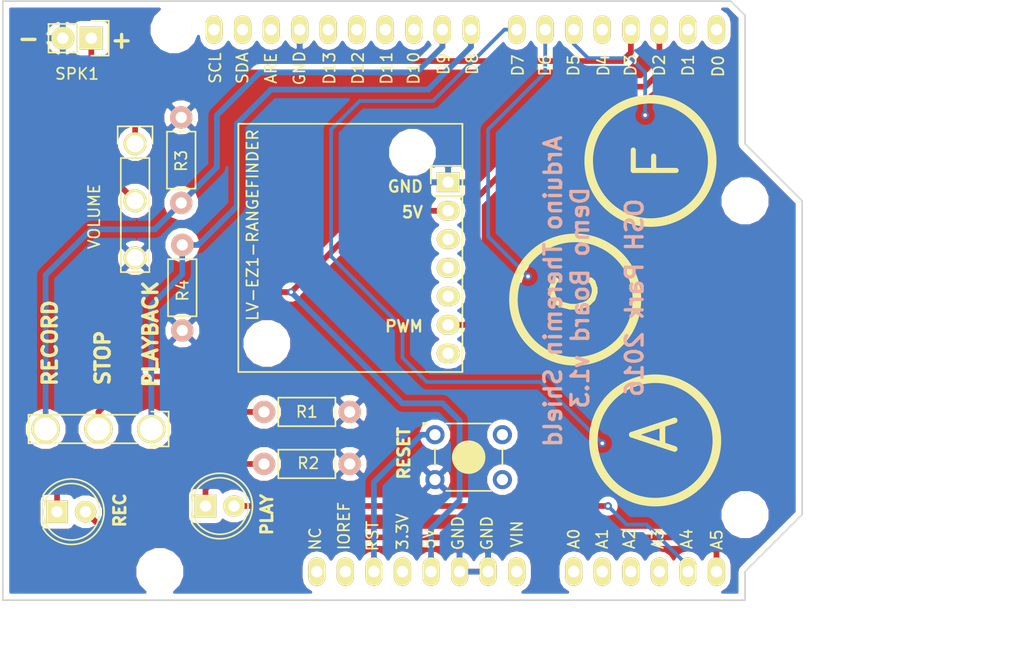
<source format=kicad_pcb>
(kicad_pcb (version 4) (host pcbnew 4.0.1-3.201512221402+6198~38~ubuntu14.04.1-stable)

  (general
    (links 27)
    (no_connects 0)
    (area 84.211888 53.457286 178.510001 123.265001)
    (thickness 1.6)
    (drawings 38)
    (tracks 108)
    (zones 0)
    (modules 15)
    (nets 16)
  )

  (page A4)
  (title_block
    (company "Released under the CERN Open Hardware License v1.2")
    (comment 1 jeh.wicker@gmail.com)
    (comment 2 "Jenner Hanni")
    (comment 3 "Wickerbox Electronics")
  )

  (layers
    (0 F.Cu signal)
    (31 B.Cu signal)
    (34 B.Paste user)
    (35 F.Paste user)
    (36 B.SilkS user)
    (37 F.SilkS user)
    (38 B.Mask user)
    (39 F.Mask user)
    (44 Edge.Cuts user)
  )

  (setup
    (last_trace_width 0.508)
    (user_trace_width 0.1524)
    (user_trace_width 0.254)
    (user_trace_width 0.3302)
    (user_trace_width 0.508)
    (user_trace_width 0.762)
    (trace_clearance 0.254)
    (zone_clearance 0.508)
    (zone_45_only no)
    (trace_min 0.1524)
    (segment_width 1.27)
    (edge_width 0.15)
    (via_size 0.6858)
    (via_drill 0.3302)
    (via_min_size 0.6858)
    (via_min_drill 0.3302)
    (user_via 0.6858 0.3302)
    (user_via 0.762 0.4064)
    (user_via 0.8636 0.508)
    (uvia_size 0.6858)
    (uvia_drill 0.3302)
    (uvias_allowed no)
    (uvia_min_size 0)
    (uvia_min_drill 0)
    (pcb_text_width 0.3)
    (pcb_text_size 1.5 1.5)
    (mod_edge_width 0.15)
    (mod_text_size 1 1)
    (mod_text_width 0.15)
    (pad_size 2.54 2.54)
    (pad_drill 2.032)
    (pad_to_mask_clearance 0.2)
    (aux_axis_origin 0 0)
    (visible_elements FFFEDF7D)
    (pcbplotparams
      (layerselection 0x010f0_80000001)
      (usegerberextensions true)
      (excludeedgelayer true)
      (linewidth 0.100000)
      (plotframeref false)
      (viasonmask false)
      (mode 1)
      (useauxorigin false)
      (hpglpennumber 1)
      (hpglpenspeed 20)
      (hpglpendiameter 15)
      (hpglpenoverlay 2)
      (psnegative false)
      (psa4output false)
      (plotreference true)
      (plotvalue true)
      (plotinvisibletext false)
      (padsonsilk false)
      (subtractmaskfromsilk false)
      (outputformat 1)
      (mirror false)
      (drillshape 0)
      (scaleselection 1)
      (outputdirectory gerbers))
  )

  (net 0 "")
  (net 1 +5V)
  (net 2 GND)
  (net 3 "Net-(LED1-Pad1)")
  (net 4 "Net-(LED2-Pad1)")
  (net 5 /A4_PLAYBACK_LED)
  (net 6 /RESET)
  (net 7 /D8_BTN_PLAYBACK)
  (net 8 /D9_BTN_RECORD)
  (net 9 "Net-(RV1-Pad2)")
  (net 10 /D7_KEY1)
  (net 11 /D5_KEY3)
  (net 12 /D6_KEY2)
  (net 13 /D2_PWM)
  (net 14 /D3_DIG_SPEAKER_OUT)
  (net 15 /A5_RECORD_LED)

  (net_class Default "This is the default net class."
    (clearance 0.254)
    (trace_width 0.254)
    (via_dia 0.6858)
    (via_drill 0.3302)
    (uvia_dia 0.6858)
    (uvia_drill 0.3302)
    (add_net +5V)
    (add_net /A4_PLAYBACK_LED)
    (add_net /A5_RECORD_LED)
    (add_net /D2_PWM)
    (add_net /D3_DIG_SPEAKER_OUT)
    (add_net /D5_KEY3)
    (add_net /D6_KEY2)
    (add_net /D7_KEY1)
    (add_net /D8_BTN_PLAYBACK)
    (add_net /D9_BTN_RECORD)
    (add_net /RESET)
    (add_net GND)
    (add_net "Net-(LED1-Pad1)")
    (add_net "Net-(LED2-Pad1)")
    (add_net "Net-(RV1-Pad2)")
  )

  (module Wickerlib:SW-B3F-10XX (layer F.Cu) (tedit 5724F748) (tstamp 5724F497)
    (at 126.08 103.378)
    (descr SW-B3F-10XX)
    (tags "Omron B3F-10xx")
    (path /572466BD)
    (fp_text reference RESET (at -2.763 1.651 90) (layer F.SilkS)
      (effects (font (size 1.016 1.016) (thickness 0.254)))
    )
    (fp_text value B3F-1000 (at 2.95 -2.05) (layer F.Fab)
      (effects (font (size 1 1) (thickness 0.15)))
    )
    (fp_line (start -0.95 -1) (end -0.95 -0.9) (layer F.SilkS) (width 0.15))
    (fp_line (start -1.05 -1.05) (end -0.7 -1.05) (layer F.SilkS) (width 0.15))
    (fp_arc (start 0 0) (end -1.05 -0.7) (angle 22.61986495) (layer F.SilkS) (width 0.15))
    (fp_line (start -1.05 -1.05) (end -1.05 -0.7) (layer F.SilkS) (width 0.15))
    (fp_line (start 7.15 -1.15) (end 0.45 -1.15) (layer F.CrtYd) (width 0.05))
    (fp_line (start 7.15 5.15) (end 7.15 -1.15) (layer F.CrtYd) (width 0.05))
    (fp_line (start -1.15 5.15) (end 7.15 5.15) (layer F.CrtYd) (width 0.05))
    (fp_line (start -1.15 0) (end -1.15 5.15) (layer F.CrtYd) (width 0.05))
    (fp_line (start -1.15 -1.15) (end 0.45 -1.15) (layer F.CrtYd) (width 0.05))
    (fp_line (start -1.15 0) (end -1.15 -1.15) (layer F.CrtYd) (width 0.05))
    (fp_circle (center 3 2) (end 4 3) (layer F.SilkS) (width 0.15))
    (fp_line (start 1 5) (end 5 5) (layer F.SilkS) (width 0.15))
    (fp_line (start 1 -1) (end 5 -1) (layer F.SilkS) (width 0.15))
    (fp_line (start 0 2.75) (end 0 1.25) (layer F.SilkS) (width 0.15))
    (fp_line (start 6 1.25) (end 6 2.75) (layer F.SilkS) (width 0.15))
    (fp_line (start 0 2) (end 0 2) (layer F.SilkS) (width 0))
    (fp_line (start 5 5) (end 1 5) (layer F.SilkS) (width 0))
    (fp_line (start 5 -1) (end 1 -1) (layer F.SilkS) (width 0))
    (fp_line (start 6 2) (end 6 2) (layer F.SilkS) (width 0))
    (fp_circle (center 3 2) (end 4 3) (layer F.SilkS) (width 0))
    (pad 4 thru_hole circle (at 6 4) (size 1.7 1.7) (drill 1) (layers *.Cu *.Mask))
    (pad 3 thru_hole circle (at 0 4) (size 1.7 1.7) (drill 1) (layers *.Cu *.Mask)
      (net 2 GND))
    (pad 2 thru_hole circle (at 6 0) (size 1.7 1.7) (drill 1) (layers *.Cu *.Mask))
    (pad 1 thru_hole circle (at 0 0) (size 1.7 1.7) (drill 1) (layers *.Cu *.Mask)
      (net 6 /RESET))
  )

  (module Wickerlib:CAPSENSE-CIRCLE-D10 (layer F.Cu) (tedit 5724F609) (tstamp 5724F444)
    (at 145.6055 103.886)
    (path /56BDABBB)
    (fp_text reference A (at 0.0635 -0.508 90) (layer F.SilkS)
      (effects (font (size 3.81 3.81) (thickness 0.508)))
    )
    (fp_text value KEY1 (at 0.025 7.325) (layer F.Fab)
      (effects (font (size 1 1) (thickness 0.15)))
    )
    (pad 1 smd circle (at 0 0) (size 10.16 10.16) (layers F.Cu)
      (net 10 /D7_KEY1) (clearance 0.508))
  )

  (module Wickerlib:CAPSENSE-CIRCLE-D10 (layer F.Cu) (tedit 5724FA4A) (tstamp 5724F449)
    (at 145.288 78.9305)
    (path /56BDAAD1)
    (fp_text reference F (at 0.508 0.1905 90) (layer F.SilkS)
      (effects (font (size 3.81 3.81) (thickness 0.4572)))
    )
    (fp_text value KEY3 (at 0.025 7.325) (layer F.Fab)
      (effects (font (size 1 1) (thickness 0.15)))
    )
    (pad 1 smd circle (at 0 0) (size 10.16 10.16) (layers F.Cu)
      (net 11 /D5_KEY3) (clearance 0.508))
  )

  (module Wickerlib:CAPSENSE-CIRCLE-D10 (layer F.Cu) (tedit 5724F5F7) (tstamp 5724F44E)
    (at 138.684 91.186)
    (path /56BDAB3F)
    (fp_text reference C (at -0.127 -0.381 90) (layer F.SilkS)
      (effects (font (size 3.81 3.81) (thickness 0.508)))
    )
    (fp_text value KEY2 (at 0.025 7.325) (layer F.Fab)
      (effects (font (size 1 1) (thickness 0.15)))
    )
    (pad 1 smd circle (at 0 0) (size 10.16 10.16) (layers F.Cu)
      (net 12 /D6_KEY2) (clearance 0.508))
  )

  (module Wickerlib:LV_EZ1_Rangefinder (layer F.Cu) (tedit 5724FD34) (tstamp 5724F45B)
    (at 108.585 97.79)
    (descr http://maxbotix.com/uploads/LV-MaxSonar-EZ1-Datasheet.pdf)
    (tags "Rangefinder Module Breakout Board")
    (path /572473F2)
    (fp_text reference LV-EZ1-RANGEFINDER (at 1.27 -13.081 90) (layer F.SilkS)
      (effects (font (size 1 1) (thickness 0.15)))
    )
    (fp_text value LV-EZ1-RANGEFINDER (at 1.375 -13.65 90) (layer F.Fab)
      (effects (font (size 1 1) (thickness 0.15)))
    )
    (fp_line (start 0 -22.098) (end 19.939 -22.098) (layer F.SilkS) (width 0.1524))
    (fp_line (start 19.939 0) (end 19.939 -22.098) (layer F.SilkS) (width 0.1524))
    (fp_line (start 0 0) (end 0 -22.098) (layer F.SilkS) (width 0.1524))
    (fp_line (start 0 0) (end 19.939 0) (layer F.SilkS) (width 0.1524))
    (fp_line (start 19.939 -15.655) (end 17.455 -15.655) (layer F.SilkS) (width 0.15))
    (fp_line (start 17.125 -16.775) (end 17.125 -18.325) (layer F.SilkS) (width 0.15))
    (fp_line (start 17.15 -18.35) (end 19.939 -18.35) (layer F.SilkS) (width 0.15))
    (pad "" np_thru_hole circle (at 15.494 -19.558) (size 3.1496 3.1496) (drill 3.1496) (layers F.Cu))
    (pad 1 thru_hole rect (at 18.669 -16.891) (size 2.032 1.7272) (drill 1.016) (layers *.Cu *.Mask F.SilkS)
      (net 2 GND))
    (pad 2 thru_hole oval (at 18.669 -14.351) (size 2.032 1.7272) (drill 1.016) (layers *.Cu *.Mask F.SilkS)
      (net 1 +5V))
    (pad 3 thru_hole oval (at 18.669 -11.811) (size 2.032 1.7272) (drill 1.016) (layers *.Cu *.Mask F.SilkS))
    (pad 4 thru_hole oval (at 18.669 -9.271) (size 2.032 1.7272) (drill 1.016) (layers *.Cu *.Mask F.SilkS))
    (pad 5 thru_hole oval (at 18.669 -6.731) (size 2.032 1.7272) (drill 1.016) (layers *.Cu *.Mask F.SilkS))
    (pad 6 thru_hole oval (at 18.669 -4.191) (size 2.032 1.7272) (drill 1.016) (layers *.Cu *.Mask F.SilkS)
      (net 13 /D2_PWM))
    (pad 7 thru_hole oval (at 18.669 -1.651) (size 2.032 1.7272) (drill 1.016) (layers *.Cu *.Mask F.SilkS))
    (pad "" np_thru_hole circle (at 2.54 -2.54) (size 3.1496 3.1496) (drill 3.1496) (layers F.Cu))
  )

  (module Wickerlib:LED-5MM-2PIN (layer F.Cu) (tedit 5724F759) (tstamp 5724F461)
    (at 92.456 110.236)
    (descr "LED 5mm round vertical")
    (tags "LED 5mm round vertical")
    (path /5724F37F)
    (fp_text reference REC (at 5.588 -0.127 90) (layer F.SilkS)
      (effects (font (size 1.016 1.016) (thickness 0.254)))
    )
    (fp_text value RECORD (at 1.524 -3.937) (layer F.Fab)
      (effects (font (size 1 1) (thickness 0.15)))
    )
    (fp_line (start -1.5 -1.55) (end -1.5 1.55) (layer F.CrtYd) (width 0.05))
    (fp_arc (start 1.3 0) (end -1.5 1.55) (angle -302) (layer F.CrtYd) (width 0.05))
    (fp_arc (start 1.27 0) (end -1.23 -1.5) (angle 297.5) (layer F.SilkS) (width 0.15))
    (fp_line (start -1.23 1.5) (end -1.23 -1.5) (layer F.SilkS) (width 0.15))
    (fp_circle (center 1.27 0) (end 0.97 -2.5) (layer F.SilkS) (width 0.15))
    (fp_text user K (at -1.905 1.905) (layer F.SilkS) hide
      (effects (font (size 1 1) (thickness 0.15)))
    )
    (pad 1 thru_hole rect (at 0 0 90) (size 2 1.9) (drill 1.00076) (layers *.Cu *.Mask F.SilkS)
      (net 3 "Net-(LED1-Pad1)"))
    (pad 2 thru_hole circle (at 2.54 0) (size 1.9 1.9) (drill 1.00076) (layers *.Cu *.Mask F.SilkS)
      (net 15 /A5_RECORD_LED))
    (model LEDs.3dshapes/LED-5MM.wrl
      (at (xyz 0.05 0 0))
      (scale (xyz 1 1 1))
      (rotate (xyz 0 0 90))
    )
  )

  (module Wickerlib:LED-5MM-2PIN (layer F.Cu) (tedit 5724F74F) (tstamp 5724F467)
    (at 105.664 109.728)
    (descr "LED 5mm round vertical")
    (tags "LED 5mm round vertical")
    (path /5724F417)
    (fp_text reference PLAY (at 5.461 0.762 90) (layer F.SilkS)
      (effects (font (size 1.016 1.016) (thickness 0.254)))
    )
    (fp_text value PLAYBACK (at 1.524 -3.937) (layer F.Fab)
      (effects (font (size 1 1) (thickness 0.15)))
    )
    (fp_line (start -1.5 -1.55) (end -1.5 1.55) (layer F.CrtYd) (width 0.05))
    (fp_arc (start 1.3 0) (end -1.5 1.55) (angle -302) (layer F.CrtYd) (width 0.05))
    (fp_arc (start 1.27 0) (end -1.23 -1.5) (angle 297.5) (layer F.SilkS) (width 0.15))
    (fp_line (start -1.23 1.5) (end -1.23 -1.5) (layer F.SilkS) (width 0.15))
    (fp_circle (center 1.27 0) (end 0.97 -2.5) (layer F.SilkS) (width 0.15))
    (fp_text user K (at -1.905 1.905) (layer F.SilkS) hide
      (effects (font (size 1 1) (thickness 0.15)))
    )
    (pad 1 thru_hole rect (at 0 0 90) (size 2 1.9) (drill 1.00076) (layers *.Cu *.Mask F.SilkS)
      (net 4 "Net-(LED2-Pad1)"))
    (pad 2 thru_hole circle (at 2.54 0) (size 1.9 1.9) (drill 1.00076) (layers *.Cu *.Mask F.SilkS)
      (net 5 /A4_PLAYBACK_LED))
    (model LEDs.3dshapes/LED-5MM.wrl
      (at (xyz 0.05 0 0))
      (scale (xyz 1 1 1))
      (rotate (xyz 0 0 90))
    )
  )

  (module Wickerlib:Resistor_Horizontal_RM7mm (layer F.Cu) (tedit 569FCF07) (tstamp 5724F468)
    (at 110.871 101.346)
    (descr "Resistor, Axial,  RM 7.62mm, 1/3W,")
    (tags "Resistor Axial RM 7.62mm 1/3W R3")
    (path /5724D41C)
    (fp_text reference R1 (at 3.81 0) (layer F.SilkS)
      (effects (font (size 1 1) (thickness 0.15)))
    )
    (fp_text value 220 (at 3.81 3.81) (layer F.Fab)
      (effects (font (size 1 1) (thickness 0.15)))
    )
    (fp_line (start -1.25 -1.5) (end 8.85 -1.5) (layer F.CrtYd) (width 0.05))
    (fp_line (start -1.25 1.5) (end -1.25 -1.5) (layer F.CrtYd) (width 0.05))
    (fp_line (start 8.85 -1.5) (end 8.85 1.5) (layer F.CrtYd) (width 0.05))
    (fp_line (start -1.25 1.5) (end 8.85 1.5) (layer F.CrtYd) (width 0.05))
    (fp_line (start 1.27 -1.27) (end 6.35 -1.27) (layer F.SilkS) (width 0.15))
    (fp_line (start 6.35 -1.27) (end 6.35 1.27) (layer F.SilkS) (width 0.15))
    (fp_line (start 6.35 1.27) (end 1.27 1.27) (layer F.SilkS) (width 0.15))
    (fp_line (start 1.27 1.27) (end 1.27 -1.27) (layer F.SilkS) (width 0.15))
    (pad 1 thru_hole circle (at 0 0) (size 1.99898 1.99898) (drill 1.00076) (layers *.Cu *.SilkS *.Mask)
      (net 3 "Net-(LED1-Pad1)"))
    (pad 2 thru_hole circle (at 7.62 0) (size 1.99898 1.99898) (drill 1.00076) (layers *.Cu *.SilkS *.Mask)
      (net 2 GND))
  )

  (module Wickerlib:Resistor_Horizontal_RM7mm (layer F.Cu) (tedit 569FCF07) (tstamp 5724F46D)
    (at 110.871 105.9815)
    (descr "Resistor, Axial,  RM 7.62mm, 1/3W,")
    (tags "Resistor Axial RM 7.62mm 1/3W R3")
    (path /5724D55B)
    (fp_text reference R2 (at 3.937 -0.0635) (layer F.SilkS)
      (effects (font (size 1 1) (thickness 0.15)))
    )
    (fp_text value 220 (at 3.81 3.81) (layer F.Fab)
      (effects (font (size 1 1) (thickness 0.15)))
    )
    (fp_line (start -1.25 -1.5) (end 8.85 -1.5) (layer F.CrtYd) (width 0.05))
    (fp_line (start -1.25 1.5) (end -1.25 -1.5) (layer F.CrtYd) (width 0.05))
    (fp_line (start 8.85 -1.5) (end 8.85 1.5) (layer F.CrtYd) (width 0.05))
    (fp_line (start -1.25 1.5) (end 8.85 1.5) (layer F.CrtYd) (width 0.05))
    (fp_line (start 1.27 -1.27) (end 6.35 -1.27) (layer F.SilkS) (width 0.15))
    (fp_line (start 6.35 -1.27) (end 6.35 1.27) (layer F.SilkS) (width 0.15))
    (fp_line (start 6.35 1.27) (end 1.27 1.27) (layer F.SilkS) (width 0.15))
    (fp_line (start 1.27 1.27) (end 1.27 -1.27) (layer F.SilkS) (width 0.15))
    (pad 1 thru_hole circle (at 0 0) (size 1.99898 1.99898) (drill 1.00076) (layers *.Cu *.SilkS *.Mask)
      (net 4 "Net-(LED2-Pad1)"))
    (pad 2 thru_hole circle (at 7.62 0) (size 1.99898 1.99898) (drill 1.00076) (layers *.Cu *.SilkS *.Mask)
      (net 2 GND))
  )

  (module Wickerlib:Resistor_Horizontal_RM7mm (layer F.Cu) (tedit 569FCF07) (tstamp 5724F472)
    (at 103.505 82.7405 90)
    (descr "Resistor, Axial,  RM 7.62mm, 1/3W,")
    (tags "Resistor Axial RM 7.62mm 1/3W R3")
    (path /56BEAC8C)
    (fp_text reference R3 (at 3.7465 0 90) (layer F.SilkS)
      (effects (font (size 1 1) (thickness 0.15)))
    )
    (fp_text value 10K (at 3.81 3.81 90) (layer F.Fab)
      (effects (font (size 1 1) (thickness 0.15)))
    )
    (fp_line (start -1.25 -1.5) (end 8.85 -1.5) (layer F.CrtYd) (width 0.05))
    (fp_line (start -1.25 1.5) (end -1.25 -1.5) (layer F.CrtYd) (width 0.05))
    (fp_line (start 8.85 -1.5) (end 8.85 1.5) (layer F.CrtYd) (width 0.05))
    (fp_line (start -1.25 1.5) (end 8.85 1.5) (layer F.CrtYd) (width 0.05))
    (fp_line (start 1.27 -1.27) (end 6.35 -1.27) (layer F.SilkS) (width 0.15))
    (fp_line (start 6.35 -1.27) (end 6.35 1.27) (layer F.SilkS) (width 0.15))
    (fp_line (start 6.35 1.27) (end 1.27 1.27) (layer F.SilkS) (width 0.15))
    (fp_line (start 1.27 1.27) (end 1.27 -1.27) (layer F.SilkS) (width 0.15))
    (pad 1 thru_hole circle (at 0 0 90) (size 1.99898 1.99898) (drill 1.00076) (layers *.Cu *.SilkS *.Mask)
      (net 8 /D9_BTN_RECORD))
    (pad 2 thru_hole circle (at 7.62 0 90) (size 1.99898 1.99898) (drill 1.00076) (layers *.Cu *.SilkS *.Mask)
      (net 2 GND))
  )

  (module Wickerlib:Resistor_Horizontal_RM7mm (layer F.Cu) (tedit 569FCF07) (tstamp 5724F477)
    (at 103.6 86.48 270)
    (descr "Resistor, Axial,  RM 7.62mm, 1/3W,")
    (tags "Resistor Axial RM 7.62mm 1/3W R3")
    (path /56BEAD4F)
    (fp_text reference R4 (at 4.05892 -0.032 270) (layer F.SilkS)
      (effects (font (size 1 1) (thickness 0.15)))
    )
    (fp_text value 10K (at 3.81 3.81 270) (layer F.Fab)
      (effects (font (size 1 1) (thickness 0.15)))
    )
    (fp_line (start -1.25 -1.5) (end 8.85 -1.5) (layer F.CrtYd) (width 0.05))
    (fp_line (start -1.25 1.5) (end -1.25 -1.5) (layer F.CrtYd) (width 0.05))
    (fp_line (start 8.85 -1.5) (end 8.85 1.5) (layer F.CrtYd) (width 0.05))
    (fp_line (start -1.25 1.5) (end 8.85 1.5) (layer F.CrtYd) (width 0.05))
    (fp_line (start 1.27 -1.27) (end 6.35 -1.27) (layer F.SilkS) (width 0.15))
    (fp_line (start 6.35 -1.27) (end 6.35 1.27) (layer F.SilkS) (width 0.15))
    (fp_line (start 6.35 1.27) (end 1.27 1.27) (layer F.SilkS) (width 0.15))
    (fp_line (start 1.27 1.27) (end 1.27 -1.27) (layer F.SilkS) (width 0.15))
    (pad 1 thru_hole circle (at 0 0 270) (size 1.99898 1.99898) (drill 1.00076) (layers *.Cu *.SilkS *.Mask)
      (net 7 /D8_BTN_PLAYBACK))
    (pad 2 thru_hole circle (at 7.62 0 270) (size 1.99898 1.99898) (drill 1.00076) (layers *.Cu *.SilkS *.Mask)
      (net 2 GND))
  )

  (module Wickerlib:P160-TRIMPOT (layer F.Cu) (tedit 5724FA2F) (tstamp 5724F482)
    (at 99.4 77.47)
    (descr P160-TRIMPOT)
    (tags "Rotary Pot Trimpot Variable Resistor")
    (path /5724C6C3)
    (fp_text reference VOLUME (at -3.642 6.477 90) (layer F.SilkS)
      (effects (font (size 1 1) (thickness 0.15)))
    )
    (fp_text value 10K (at 0 -3.1) (layer F.Fab)
      (effects (font (size 1 1) (thickness 0.15)))
    )
    (fp_line (start -1.55 0) (end -1.55 -1.55) (layer F.SilkS) (width 0.15))
    (fp_line (start -1.55 -1.55) (end 1.55 -1.55) (layer F.SilkS) (width 0.15))
    (fp_line (start 1.55 -1.55) (end 1.55 0) (layer F.SilkS) (width 0.15))
    (fp_line (start -1.75 -1.75) (end -1.75 11.95) (layer F.CrtYd) (width 0.05))
    (fp_line (start 1.75 -1.75) (end 1.75 11.95) (layer F.CrtYd) (width 0.05))
    (fp_line (start -1.75 -1.75) (end 1.75 -1.75) (layer F.CrtYd) (width 0.05))
    (fp_line (start -1.75 11.95) (end 1.75 11.95) (layer F.CrtYd) (width 0.05))
    (fp_line (start 1.27 1.27) (end 1.27 11.43) (layer F.SilkS) (width 0.15))
    (fp_line (start 1.27 11.43) (end -1.27 11.43) (layer F.SilkS) (width 0.15))
    (fp_line (start -1.27 11.43) (end -1.27 1.27) (layer F.SilkS) (width 0.15))
    (fp_line (start 1.27 1.27) (end -1.27 1.27) (layer F.SilkS) (width 0.15))
    (pad 1 thru_hole circle (at 0 0) (size 2.032 2.032) (drill 1.524) (layers *.Cu *.Mask F.SilkS)
      (net 14 /D3_DIG_SPEAKER_OUT))
    (pad 2 thru_hole circle (at 0 5.08) (size 2.032 2.032) (drill 1.524) (layers *.Cu *.Mask F.SilkS)
      (net 9 "Net-(RV1-Pad2)"))
    (pad 3 thru_hole circle (at 0 10.16) (size 2.032 2.032) (drill 1.524) (layers *.Cu *.Mask F.SilkS)
      (net 2 GND))
  )

  (module Wickerlib:SW-100SP3 (layer F.Cu) (tedit 5724FC91) (tstamp 5724F489)
    (at 100.838 102.87 270)
    (descr "Three-position through-hole board mount switch.")
    (tags "ON-OFF-ON switch")
    (path /57250F87)
    (fp_text reference S1 (at 2.667 0.127 360) (layer F.SilkS) hide
      (effects (font (size 1 1) (thickness 0.15)))
    )
    (fp_text value RECORD-OFF-PLAYBACK (at 0 -3.1 270) (layer F.Fab)
      (effects (font (size 1 1) (thickness 0.15)))
    )
    (fp_line (start -1.55 0) (end -1.55 -1.55) (layer F.SilkS) (width 0.15))
    (fp_line (start -1.55 -1.55) (end 1.55 -1.55) (layer F.SilkS) (width 0.15))
    (fp_line (start 1.55 -1.55) (end 1.55 0) (layer F.SilkS) (width 0.15))
    (fp_line (start -1.75 -1.75) (end -1.75 11.43) (layer F.CrtYd) (width 0.05))
    (fp_line (start 1.75 -1.75) (end 1.75 11.43) (layer F.CrtYd) (width 0.05))
    (fp_line (start -1.75 -1.75) (end 1.75 -1.75) (layer F.CrtYd) (width 0.05))
    (fp_line (start -1.75 11.43) (end 1.75 11.43) (layer F.CrtYd) (width 0.05))
    (fp_line (start 1.27 1.27) (end 1.27 10.922) (layer F.SilkS) (width 0.15))
    (fp_line (start 1.27 10.922) (end -1.27 10.922) (layer F.SilkS) (width 0.15))
    (fp_line (start -1.27 10.922) (end -1.27 1.27) (layer F.SilkS) (width 0.15))
    (pad 1 thru_hole circle (at 0 0 270) (size 2.54 2.54) (drill 2.032) (layers *.Cu *.Mask F.SilkS)
      (net 7 /D8_BTN_PLAYBACK))
    (pad 2 thru_hole circle (at 0 4.699 270) (size 2.54 2.54) (drill 2.032) (layers *.Cu *.Mask F.SilkS)
      (net 1 +5V))
    (pad 3 thru_hole circle (at 0 9.398 270) (size 2.54 2.54) (drill 2.032) (layers *.Cu *.Mask F.SilkS)
      (net 8 /D9_BTN_RECORD))
  )

  (module Wickerlib:Pin_Header_Straight_1x02 (layer F.Cu) (tedit 54EA090C) (tstamp 5724F48F)
    (at 95.504 68.072 270)
    (descr "Through hole pin header")
    (tags "pin header")
    (path /5724C38A)
    (fp_text reference SPK1 (at 3.175 1.27 360) (layer F.SilkS)
      (effects (font (size 1 1) (thickness 0.15)))
    )
    (fp_text value SPEAKER-8OHM-23MM-ROUND-2PIN (at 0 -3.1 270) (layer F.Fab)
      (effects (font (size 1 1) (thickness 0.15)))
    )
    (fp_line (start 1.27 1.27) (end 1.27 3.81) (layer F.SilkS) (width 0.15))
    (fp_line (start 1.55 -1.55) (end 1.55 0) (layer F.SilkS) (width 0.15))
    (fp_line (start -1.75 -1.75) (end -1.75 4.3) (layer F.CrtYd) (width 0.05))
    (fp_line (start 1.75 -1.75) (end 1.75 4.3) (layer F.CrtYd) (width 0.05))
    (fp_line (start -1.75 -1.75) (end 1.75 -1.75) (layer F.CrtYd) (width 0.05))
    (fp_line (start -1.75 4.3) (end 1.75 4.3) (layer F.CrtYd) (width 0.05))
    (fp_line (start 1.27 1.27) (end -1.27 1.27) (layer F.SilkS) (width 0.15))
    (fp_line (start -1.55 0) (end -1.55 -1.55) (layer F.SilkS) (width 0.15))
    (fp_line (start -1.55 -1.55) (end 1.55 -1.55) (layer F.SilkS) (width 0.15))
    (fp_line (start -1.27 1.27) (end -1.27 3.81) (layer F.SilkS) (width 0.15))
    (fp_line (start -1.27 3.81) (end 1.27 3.81) (layer F.SilkS) (width 0.15))
    (pad 1 thru_hole rect (at 0 0 270) (size 2.032 2.032) (drill 1.016) (layers *.Cu *.Mask F.SilkS)
      (net 9 "Net-(RV1-Pad2)"))
    (pad 2 thru_hole oval (at 0 2.54 270) (size 2.032 2.032) (drill 1.016) (layers *.Cu *.Mask F.SilkS)
      (net 2 GND))
    (model Pin_Headers.3dshapes/Pin_Header_Straight_1x02.wrl
      (at (xyz 0 -0.05 0))
      (scale (xyz 1 1 1))
      (rotate (xyz 0 0 90))
    )
  )

  (module Wickerlib:ARDU-UNOSHIELD locked (layer F.Cu) (tedit 5724F58D) (tstamp 5724F498)
    (at 87.63 118.11)
    (descr none)
    (path /5724A996)
    (fp_text reference U1 (at 5.715 -57.15) (layer F.SilkS) hide
      (effects (font (thickness 0.3048)))
    )
    (fp_text value ARDUINO-UNO-SHIELD (at 10.16 -54.61) (layer F.SilkS) hide
      (effects (font (thickness 0.3048)))
    )
    (fp_line (start 0 0) (end 66.04 0) (layer F.CrtYd) (width 0.2))
    (fp_line (start 66.04 -2.54) (end 66.04 0) (layer F.CrtYd) (width 0.2))
    (fp_line (start 66.04 -2.54) (end 70.993 -6.223) (layer F.CrtYd) (width 0.2))
    (fp_line (start 66.04 -40.64) (end 70.993 -35.814) (layer F.CrtYd) (width 0.2))
    (fp_line (start 70.993 -35.814) (end 70.993 -27.94) (layer F.CrtYd) (width 0.2))
    (fp_line (start 70.993 -27.94) (end 70.993 -6.223) (layer F.CrtYd) (width 0.2))
    (fp_text user IOREF (at 30.353 -6.604 90) (layer F.SilkS)
      (effects (font (size 1 1) (thickness 0.15)))
    )
    (fp_text user NC (at 27.793 -5.461 90) (layer F.SilkS)
      (effects (font (size 1 1) (thickness 0.15)))
    )
    (fp_text user RST (at 32.893 -5.715 90) (layer F.SilkS)
      (effects (font (size 1 1) (thickness 0.15)))
    )
    (fp_text user 3.3V (at 35.56 -6.096 90) (layer F.SilkS)
      (effects (font (size 1 1) (thickness 0.15)))
    )
    (fp_text user 5V (at 37.953 -5.461 90) (layer F.SilkS)
      (effects (font (size 1 1) (thickness 0.15)))
    )
    (fp_text user GND (at 40.493 -5.969 90) (layer F.SilkS)
      (effects (font (size 1 1) (thickness 0.15)))
    )
    (fp_text user GND (at 43.068 -5.969 90) (layer F.SilkS)
      (effects (font (size 1 1) (thickness 0.15)))
    )
    (fp_text user VIN (at 45.743 -5.894 90) (layer F.SilkS)
      (effects (font (size 1 1) (thickness 0.15)))
    )
    (fp_text user A5 (at 63.523 -5.386 90) (layer F.SilkS)
      (effects (font (size 1 1) (thickness 0.15)))
    )
    (fp_text user A4 (at 60.848 -5.461 90) (layer F.SilkS)
      (effects (font (size 1 1) (thickness 0.15)))
    )
    (fp_text user A3 (at 58.273 -5.461 90) (layer F.SilkS)
      (effects (font (size 1 1) (thickness 0.15)))
    )
    (fp_text user A2 (at 55.733 -5.461 90) (layer F.SilkS)
      (effects (font (size 1 1) (thickness 0.15)))
    )
    (fp_text user A1 (at 53.32 -5.461 90) (layer F.SilkS)
      (effects (font (size 1 1) (thickness 0.15)))
    )
    (fp_text user A0 (at 50.8 -5.461 90) (layer F.SilkS)
      (effects (font (size 1 1) (thickness 0.15)))
    )
    (fp_text user SCL (at 18.903 -47.371 90) (layer F.SilkS)
      (effects (font (size 1 1) (thickness 0.15)))
    )
    (fp_text user SDA (at 21.316 -47.371 90) (layer F.SilkS)
      (effects (font (size 1 1) (thickness 0.15)))
    )
    (fp_text user ARE (at 23.856 -47.371 90) (layer F.SilkS)
      (effects (font (size 1 1) (thickness 0.15)))
    )
    (fp_text user GND (at 26.396 -47.371 90) (layer F.SilkS)
      (effects (font (size 1 1) (thickness 0.15)))
    )
    (fp_text user D13 (at 29.063 -47.371 90) (layer F.SilkS)
      (effects (font (size 1 1) (thickness 0.15)))
    )
    (fp_text user D12 (at 31.603 -47.371 90) (layer F.SilkS)
      (effects (font (size 1 1) (thickness 0.15)))
    )
    (fp_text user D11 (at 34.143 -47.371 90) (layer F.SilkS)
      (effects (font (size 1 1) (thickness 0.15)))
    )
    (fp_text user D10 (at 36.556 -47.371 90) (layer F.SilkS)
      (effects (font (size 1 1) (thickness 0.15)))
    )
    (fp_text user D9 (at 39.223 -47.752 90) (layer F.SilkS)
      (effects (font (size 1 1) (thickness 0.15)))
    )
    (fp_text user D8 (at 41.763 -47.752 90) (layer F.SilkS)
      (effects (font (size 1 1) (thickness 0.15)))
    )
    (fp_text user D7 (at 45.827 -47.625 90) (layer F.SilkS)
      (effects (font (size 1 1) (thickness 0.15)))
    )
    (fp_text user D6 (at 48.24 -47.625 90) (layer F.SilkS)
      (effects (font (size 1 1) (thickness 0.15)))
    )
    (fp_text user D5 (at 50.78 -47.625 90) (layer F.SilkS)
      (effects (font (size 1 1) (thickness 0.15)))
    )
    (fp_text user D4 (at 53.447 -47.625 90) (layer F.SilkS)
      (effects (font (size 1 1) (thickness 0.15)))
    )
    (fp_text user D3 (at 55.86 -47.625 90) (layer F.SilkS)
      (effects (font (size 1 1) (thickness 0.15)))
    )
    (fp_text user D2 (at 58.4 -47.625 90) (layer F.SilkS)
      (effects (font (size 1 1) (thickness 0.15)))
    )
    (fp_text user D1 (at 60.975 -47.625 90) (layer F.SilkS)
      (effects (font (size 1 1) (thickness 0.15)))
    )
    (fp_text user D0 (at 63.65 -47.55 90) (layer F.SilkS)
      (effects (font (size 1 1) (thickness 0.15)))
    )
    (fp_line (start 66.04 -40.64) (end 66.04 -52.07) (layer F.CrtYd) (width 0.2))
    (fp_line (start 66.04 -52.07) (end 64.77 -53.34) (layer F.CrtYd) (width 0.2))
    (fp_line (start 64.77 -53.34) (end 0 -53.34) (layer F.CrtYd) (width 0.2))
    (fp_line (start 0 0) (end 0 -53.34) (layer F.CrtYd) (width 0.2))
    (pad A5 thru_hole oval (at 63.5 -2.54 90) (size 2.54 1.524) (drill 1.016) (layers *.Cu *.Mask F.SilkS)
      (net 15 /A5_RECORD_LED))
    (pad A4 thru_hole oval (at 60.96 -2.54 90) (size 2.54 1.524) (drill 1.016) (layers *.Cu *.Mask F.SilkS)
      (net 5 /A4_PLAYBACK_LED))
    (pad A3 thru_hole oval (at 58.42 -2.54 90) (size 2.54 1.524) (drill 1.016) (layers *.Cu *.Mask F.SilkS))
    (pad A0 thru_hole oval (at 50.8 -2.54 90) (size 2.54 1.524) (drill 1.016) (layers *.Cu *.Mask F.SilkS))
    (pad A1 thru_hole oval (at 53.34 -2.54 90) (size 2.54 1.524) (drill 1.016) (layers *.Cu *.Mask F.SilkS))
    (pad A2 thru_hole oval (at 55.88 -2.54 90) (size 2.54 1.524) (drill 1.016) (layers *.Cu *.Mask F.SilkS))
    (pad VIN thru_hole oval (at 45.72 -2.54 90) (size 2.54 1.524) (drill 1.016) (layers *.Cu *.Mask F.SilkS))
    (pad GND2 thru_hole oval (at 43.18 -2.54 90) (size 2.54 1.524) (drill 1.016) (layers *.Cu *.Mask F.SilkS)
      (net 2 GND))
    (pad GND1 thru_hole oval (at 40.64 -2.54 90) (size 2.54 1.524) (drill 1.016) (layers *.Cu *.Mask F.SilkS)
      (net 2 GND))
    (pad 3V3 thru_hole oval (at 35.56 -2.54 90) (size 2.54 1.524) (drill 1.016) (layers *.Cu *.Mask F.SilkS))
    (pad RST thru_hole oval (at 33.02 -2.54 90) (size 2.54 1.524) (drill 1.016) (layers *.Cu *.Mask F.SilkS)
      (net 6 /RESET))
    (pad D0 thru_hole oval (at 63.5 -50.8 90) (size 2.54 1.524) (drill 1.016) (layers *.Cu *.Mask F.SilkS))
    (pad D1 thru_hole oval (at 60.96 -50.8 90) (size 2.54 1.524) (drill 1.016) (layers *.Cu *.Mask F.SilkS))
    (pad D2 thru_hole oval (at 58.42 -50.8 90) (size 2.54 1.524) (drill 1.016) (layers *.Cu *.Mask F.SilkS)
      (net 13 /D2_PWM))
    (pad D3 thru_hole oval (at 55.88 -50.8 90) (size 2.54 1.524) (drill 1.016) (layers *.Cu *.Mask F.SilkS)
      (net 14 /D3_DIG_SPEAKER_OUT))
    (pad D4 thru_hole oval (at 53.34 -50.8 90) (size 2.54 1.524) (drill 1.016) (layers *.Cu *.Mask F.SilkS))
    (pad D5 thru_hole oval (at 50.8 -50.8 90) (size 2.54 1.524) (drill 1.016) (layers *.Cu *.Mask F.SilkS)
      (net 11 /D5_KEY3))
    (pad D6 thru_hole oval (at 48.26 -50.8 90) (size 2.54 1.524) (drill 1.016) (layers *.Cu *.Mask F.SilkS)
      (net 12 /D6_KEY2))
    (pad D7 thru_hole oval (at 45.72 -50.8 90) (size 2.54 1.524) (drill 1.016) (layers *.Cu *.Mask F.SilkS)
      (net 10 /D7_KEY1))
    (pad D8 thru_hole oval (at 41.656 -50.8 90) (size 2.54 1.524) (drill 1.016) (layers *.Cu *.Mask F.SilkS)
      (net 7 /D8_BTN_PLAYBACK))
    (pad D9 thru_hole oval (at 39.116 -50.8 90) (size 2.54 1.524) (drill 1.016) (layers *.Cu *.Mask F.SilkS)
      (net 8 /D9_BTN_RECORD))
    (pad D10 thru_hole oval (at 36.576 -50.8 90) (size 2.54 1.524) (drill 1.016) (layers *.Cu *.Mask F.SilkS))
    (pad D11 thru_hole oval (at 34.036 -50.8 90) (size 2.54 1.524) (drill 1.016) (layers *.Cu *.Mask F.SilkS))
    (pad D12 thru_hole oval (at 31.496 -50.8 90) (size 2.54 1.524) (drill 1.016) (layers *.Cu *.Mask F.SilkS))
    (pad D13 thru_hole oval (at 28.956 -50.8 90) (size 2.54 1.524) (drill 1.016) (layers *.Cu *.Mask F.SilkS))
    (pad GND3 thru_hole oval (at 26.416 -50.8 90) (size 2.54 1.524) (drill 1.016) (layers *.Cu *.Mask F.SilkS)
      (net 2 GND))
    (pad AREF thru_hole oval (at 23.876 -50.8 90) (size 2.54 1.524) (drill 1.016) (layers *.Cu *.Mask F.SilkS))
    (pad 5V thru_hole oval (at 38.1 -2.54 90) (size 2.54 1.524) (drill 1.016) (layers *.Cu *.Mask F.SilkS)
      (net 1 +5V))
    (pad "" np_thru_hole circle (at 66.04 -7.62 90) (size 3.175 3.175) (drill 3.175) (layers *.Cu *.Mask F.SilkS))
    (pad "" np_thru_hole circle (at 66.04 -35.56 90) (size 3.175 3.175) (drill 3.175) (layers *.Cu *.Mask F.SilkS))
    (pad "" np_thru_hole circle (at 15.24 -50.8 90) (size 3.175 3.175) (drill 3.175) (layers *.Cu *.Mask F.SilkS))
    (pad "" np_thru_hole circle (at 13.97 -2.54 90) (size 3.175 3.175) (drill 3.175) (layers *.Cu *.Mask F.SilkS))
    (pad SDA thru_hole oval (at 21.336 -50.8 90) (size 2.54 1.524) (drill 1.016) (layers *.Cu *.Mask F.SilkS))
    (pad SCL thru_hole oval (at 18.796 -50.8 90) (size 2.54 1.524) (drill 1.016) (layers *.Cu *.Mask F.SilkS))
    (pad IO thru_hole oval (at 30.48 -2.54 90) (size 2.54 1.524) (drill 1.016) (layers *.Cu *.Mask F.SilkS))
    (pad NC thru_hole oval (at 27.94 -2.54 90) (size 2.54 1.524) (drill 1.016) (layers *.Cu *.Mask F.SilkS))
  )

  (gr_text RECORD (at 91.821 99.187 90) (layer F.SilkS)
    (effects (font (size 1.27 1.27) (thickness 0.3)) (justify left))
  )
  (gr_text PWM (at 123.323048 93.726) (layer F.SilkS) (tstamp 5724FAB2)
    (effects (font (size 1.016 1.016) (thickness 0.2032)))
  )
  (gr_text "5V\n" (at 124.072953 83.566) (layer F.SilkS) (tstamp 5724FA96)
    (effects (font (size 1.016 1.016) (thickness 0.2032)))
  )
  (gr_text GND (at 123.444 81.28) (layer F.SilkS)
    (effects (font (size 1.016 1.016) (thickness 0.2032)))
  )
  (gr_circle (center 145.669 103.886) (end 150.241 106.934) (layer F.SilkS) (width 0.762) (tstamp 5724FA63))
  (gr_circle (center 138.557 91.34686) (end 143.129 94.39486) (layer F.SilkS) (width 0.762) (tstamp 5724FA5C))
  (gr_circle (center 145.25414 78.994) (end 149.82614 82.042) (layer F.SilkS) (width 0.762))
  (gr_text "Arduino Theremin Shield \nDemo Board v1.3\n\nOSH Park 2016" (at 140.208 91.186 90) (layer B.SilkS)
    (effects (font (size 1.5 1.5) (thickness 0.3)) (justify mirror))
  )
  (gr_text - (at 89.916 68.072) (layer F.SilkS)
    (effects (font (size 1.5 1.5) (thickness 0.3)))
  )
  (gr_text + (at 98.2 68.2) (layer F.SilkS)
    (effects (font (size 1.5 1.5) (thickness 0.3)))
  )
  (gr_text PLAYBACK (at 100.7745 99.3 90) (layer F.SilkS)
    (effects (font (size 1.27 1.27) (thickness 0.3)) (justify left))
  )
  (gr_text STOP (at 96.52 99.1235 90) (layer F.SilkS)
    (effects (font (size 1.27 1.27) (thickness 0.3)) (justify left))
  )
  (gr_line (start 152.4 64.77) (end 87.63 64.77) (angle 90) (layer Edge.Cuts) (width 0.15))
  (gr_line (start 153.67 66.04) (end 152.4 64.77) (angle 90) (layer Edge.Cuts) (width 0.15))
  (gr_line (start 153.67 77.47) (end 153.67 66.04) (angle 90) (layer Edge.Cuts) (width 0.15))
  (gr_line (start 158.75 82.55) (end 153.67 77.47) (angle 90) (layer Edge.Cuts) (width 0.15))
  (gr_line (start 158.75 110.49) (end 158.75 82.55) (angle 90) (layer Edge.Cuts) (width 0.15))
  (gr_line (start 153.67 115.57) (end 158.75 110.49) (angle 90) (layer Edge.Cuts) (width 0.15))
  (gr_line (start 153.67 118.11) (end 153.67 115.57) (angle 90) (layer Edge.Cuts) (width 0.15))
  (gr_line (start 87.63 118.11) (end 153.67 118.11) (angle 90) (layer Edge.Cuts) (width 0.15))
  (gr_line (start 87.63 64.77) (end 87.63 118.11) (angle 90) (layer Edge.Cuts) (width 0.15))
  (gr_circle (center 117.348 76.962) (end 118.618 76.962) (layer Dwgs.User) (width 0.15))
  (gr_line (start 114.427 78.994) (end 114.427 74.93) (angle 90) (layer Dwgs.User) (width 0.15))
  (gr_line (start 120.269 78.994) (end 114.427 78.994) (angle 90) (layer Dwgs.User) (width 0.15))
  (gr_line (start 120.269 74.93) (end 120.269 78.994) (angle 90) (layer Dwgs.User) (width 0.15))
  (gr_line (start 114.427 74.93) (end 120.269 74.93) (angle 90) (layer Dwgs.User) (width 0.15))
  (gr_line (start 120.523 93.98) (end 104.648 93.98) (angle 90) (layer Dwgs.User) (width 0.15))
  (gr_line (start 173.355 102.235) (end 173.355 94.615) (angle 90) (layer Dwgs.User) (width 0.15))
  (gr_line (start 178.435 102.235) (end 173.355 102.235) (angle 90) (layer Dwgs.User) (width 0.15))
  (gr_line (start 178.435 94.615) (end 178.435 102.235) (angle 90) (layer Dwgs.User) (width 0.15))
  (gr_line (start 173.355 94.615) (end 178.435 94.615) (angle 90) (layer Dwgs.User) (width 0.15))
  (gr_line (start 109.093 123.19) (end 109.093 114.3) (angle 90) (layer Dwgs.User) (width 0.15))
  (gr_line (start 122.428 123.19) (end 109.093 123.19) (angle 90) (layer Dwgs.User) (width 0.15))
  (gr_line (start 122.428 114.3) (end 122.428 123.19) (angle 90) (layer Dwgs.User) (width 0.15))
  (gr_line (start 109.093 114.3) (end 122.428 114.3) (angle 90) (layer Dwgs.User) (width 0.15))
  (gr_line (start 104.648 93.98) (end 104.648 82.55) (angle 90) (layer Dwgs.User) (width 0.15))
  (gr_line (start 120.523 82.55) (end 120.523 93.98) (angle 90) (layer Dwgs.User) (width 0.15))
  (gr_line (start 104.648 82.55) (end 120.523 82.55) (angle 90) (layer Dwgs.User) (width 0.15))

  (segment (start 125.73 115.57) (end 125.73 111.76) (width 0.508) (layer B.Cu) (net 1))
  (segment (start 125.73 111.76) (end 128.27 109.22) (width 0.508) (layer B.Cu) (net 1))
  (segment (start 128.27 109.22) (end 128.27 102.108) (width 0.508) (layer B.Cu) (net 1))
  (segment (start 128.27 102.108) (end 126.746 100.584) (width 0.508) (layer B.Cu) (net 1))
  (segment (start 126.746 100.584) (end 123.19 100.584) (width 0.508) (layer B.Cu) (net 1))
  (segment (start 123.19 100.584) (end 113.284 90.678) (width 0.508) (layer B.Cu) (net 1))
  (segment (start 127.254 83.439) (end 120.523 83.439) (width 0.508) (layer F.Cu) (net 1))
  (segment (start 120.523 83.439) (end 113.284 90.678) (width 0.508) (layer F.Cu) (net 1))
  (segment (start 96.139 102.87) (end 96.139 101.346) (width 0.508) (layer F.Cu) (net 1))
  (segment (start 96.139 101.346) (end 99.285 98.2) (width 0.508) (layer F.Cu) (net 1))
  (segment (start 99.285 98.2) (end 104.4 98.2) (width 0.508) (layer F.Cu) (net 1))
  (segment (start 104.4 98.2) (end 106 96.6) (width 0.508) (layer F.Cu) (net 1))
  (segment (start 106 96.6) (end 106 93.009) (width 0.508) (layer F.Cu) (net 1))
  (segment (start 106 93.009) (end 108.331 90.678) (width 0.508) (layer F.Cu) (net 1))
  (segment (start 108.331 90.678) (end 112.268 90.678) (width 0.508) (layer F.Cu) (net 1))
  (segment (start 112.268 90.678) (end 113.284 90.678) (width 0.508) (layer F.Cu) (net 1))
  (via (at 113.284 90.678) (size 0.6858) (drill 0.3302) (layers F.Cu B.Cu) (net 1))
  (segment (start 92.456 110.236) (end 92.456 108.204) (width 0.508) (layer F.Cu) (net 3))
  (segment (start 105.664 101.346) (end 110.871 101.346) (width 0.508) (layer F.Cu) (net 3) (tstamp 56CB9FDA))
  (segment (start 99.822 107.188) (end 105.664 101.346) (width 0.508) (layer F.Cu) (net 3) (tstamp 56CB9FD8))
  (segment (start 93.472 107.188) (end 99.822 107.188) (width 0.508) (layer F.Cu) (net 3) (tstamp 56CB9FD7))
  (segment (start 92.456 108.204) (end 93.472 107.188) (width 0.508) (layer F.Cu) (net 3) (tstamp 56CB9FD6))
  (segment (start 110.871 105.9815) (end 107.9025 105.9815) (width 0.508) (layer F.Cu) (net 4))
  (segment (start 107.9025 105.9815) (end 105.664 108.22) (width 0.508) (layer F.Cu) (net 4))
  (segment (start 105.664 108.22) (end 105.664 109.728) (width 0.508) (layer F.Cu) (net 4))
  (segment (start 110.8075 105.918) (end 110.871 105.9815) (width 0.508) (layer F.Cu) (net 4) (tstamp 56CB9FE3))
  (segment (start 141.478 109.728) (end 108.204 109.728) (width 0.508) (layer F.Cu) (net 5))
  (segment (start 144.907 111.379) (end 143.129 111.379) (width 0.3302) (layer B.Cu) (net 5))
  (segment (start 143.129 111.379) (end 141.478 109.728) (width 0.3302) (layer B.Cu) (net 5))
  (segment (start 148.59 115.57) (end 148.59 115.062) (width 0.3302) (layer B.Cu) (net 5))
  (segment (start 148.59 115.062) (end 144.907 111.379) (width 0.3302) (layer B.Cu) (net 5))
  (via (at 141.478 109.728) (size 0.6858) (drill 0.3302) (layers F.Cu B.Cu) (net 5))
  (segment (start 120.65 115.57) (end 120.65 107.696) (width 0.508) (layer B.Cu) (net 6))
  (segment (start 124.877919 103.378) (end 120.65 107.605919) (width 0.508) (layer B.Cu) (net 6))
  (segment (start 120.65 107.605919) (end 120.65 107.696) (width 0.508) (layer B.Cu) (net 6))
  (segment (start 126.08 103.378) (end 124.877919 103.378) (width 0.508) (layer B.Cu) (net 6))
  (segment (start 103.6 86.48) (end 103.6 89.1) (width 0.508) (layer B.Cu) (net 7))
  (segment (start 103.6 89.1) (end 100.838 91.862) (width 0.508) (layer B.Cu) (net 7))
  (segment (start 100.838 91.862) (end 100.838 102.87) (width 0.508) (layer B.Cu) (net 7))
  (segment (start 108.458 75.692) (end 108.458 81.4) (width 0.508) (layer B.Cu) (net 7))
  (segment (start 108.458 81.4) (end 108.458 81.788) (width 0.508) (layer B.Cu) (net 7))
  (segment (start 103.6 86.48) (end 105.013492 86.48) (width 0.508) (layer B.Cu) (net 7))
  (segment (start 105.013492 86.48) (end 108.458 83.035492) (width 0.508) (layer B.Cu) (net 7))
  (segment (start 108.458 83.035492) (end 108.458 81.4) (width 0.508) (layer B.Cu) (net 7))
  (segment (start 129.286 67.31) (end 129.286 68.834) (width 0.508) (layer B.Cu) (net 7))
  (segment (start 111.506 72.644) (end 108.458 75.692) (width 0.508) (layer B.Cu) (net 7) (tstamp 56CB9F9D))
  (segment (start 125.476 72.644) (end 111.506 72.644) (width 0.508) (layer B.Cu) (net 7) (tstamp 56CB9F9C))
  (segment (start 129.286 68.834) (end 125.476 72.644) (width 0.508) (layer B.Cu) (net 7) (tstamp 56CB9F9B))
  (segment (start 95.504 85.09) (end 91.694 88.9) (width 0.508) (layer B.Cu) (net 8))
  (segment (start 91.44 102.87) (end 91.44 89.154) (width 0.508) (layer B.Cu) (net 8))
  (segment (start 91.44 89.154) (end 91.694 88.9) (width 0.508) (layer B.Cu) (net 8))
  (segment (start 96.774 85.09) (end 95.504 85.09) (width 0.508) (layer B.Cu) (net 8))
  (segment (start 101.1555 85.09) (end 96.774 85.09) (width 0.508) (layer B.Cu) (net 8))
  (segment (start 103.505 82.7405) (end 101.1555 85.09) (width 0.508) (layer B.Cu) (net 8))
  (segment (start 124.46 71.12) (end 110.49 71.12) (width 0.508) (layer B.Cu) (net 8))
  (segment (start 126.746 68.834) (end 124.46 71.12) (width 0.508) (layer B.Cu) (net 8) (tstamp 56CB9F8D))
  (segment (start 126.746 67.31) (end 126.746 68.834) (width 0.508) (layer B.Cu) (net 8))
  (segment (start 106.68 79.5655) (end 103.505 82.7405) (width 0.508) (layer B.Cu) (net 8) (tstamp 56CB9F94))
  (segment (start 106.68 74.93) (end 106.68 79.5655) (width 0.508) (layer B.Cu) (net 8) (tstamp 56CB9F92))
  (segment (start 110.49 71.12) (end 106.68 74.93) (width 0.508) (layer B.Cu) (net 8) (tstamp 56CB9F90))
  (segment (start 95.504 68.072) (end 95.504 78.654) (width 0.508) (layer F.Cu) (net 9))
  (segment (start 95.504 78.654) (end 99.4 82.55) (width 0.508) (layer F.Cu) (net 9))
  (segment (start 133.35 67.31) (end 132.2578 67.31) (width 0.3302) (layer B.Cu) (net 10))
  (segment (start 123.19 93.853) (end 123.19 96.52) (width 0.3302) (layer B.Cu) (net 10))
  (segment (start 132.2578 67.31) (end 125.9078 73.66) (width 0.3302) (layer B.Cu) (net 10))
  (segment (start 125.9078 73.66) (end 119.38 73.66) (width 0.3302) (layer B.Cu) (net 10))
  (segment (start 119.38 73.66) (end 116.84 76.2) (width 0.3302) (layer B.Cu) (net 10))
  (segment (start 116.84 76.2) (end 116.84 87.503) (width 0.3302) (layer B.Cu) (net 10))
  (segment (start 116.84 87.503) (end 123.19 93.853) (width 0.3302) (layer B.Cu) (net 10))
  (segment (start 123.19 96.52) (end 125.349 98.679) (width 0.3302) (layer B.Cu) (net 10))
  (segment (start 125.349 98.679) (end 135.509 98.679) (width 0.3302) (layer B.Cu) (net 10))
  (segment (start 135.509 98.679) (end 140.627101 103.797101) (width 0.3302) (layer B.Cu) (net 10))
  (segment (start 140.627101 103.797101) (end 140.97 104.14) (width 0.3302) (layer B.Cu) (net 10))
  (segment (start 140.97 104.14) (end 141.224 103.886) (width 0.3302) (layer F.Cu) (net 10) (tstamp 56CB9B2B))
  (via (at 140.97 104.14) (size 0.6858) (drill 0.3302) (layers F.Cu B.Cu) (net 10))
  (segment (start 141.224 103.886) (end 145.6055 103.886) (width 0.3302) (layer F.Cu) (net 10) (tstamp 56CB9B2C))
  (segment (start 138.43 67.31) (end 138.43 68.58) (width 0.3302) (layer B.Cu) (net 11))
  (segment (start 138.43 68.58) (end 139.7 69.85) (width 0.3302) (layer B.Cu) (net 11) (tstamp 56CB9AE2))
  (segment (start 139.7 69.85) (end 143.51 69.85) (width 0.3302) (layer B.Cu) (net 11) (tstamp 56CB9AE3))
  (segment (start 143.51 69.85) (end 144.78 71.12) (width 0.3302) (layer B.Cu) (net 11) (tstamp 56CB9AE4))
  (segment (start 144.78 71.12) (end 144.78 74.93) (width 0.3302) (layer B.Cu) (net 11) (tstamp 56CB9AE5))
  (via (at 144.78 74.93) (size 0.6858) (drill 0.3302) (layers F.Cu B.Cu) (net 11))
  (segment (start 144.78 74.93) (end 145.288 75.438) (width 0.3302) (layer F.Cu) (net 11) (tstamp 56CB9AE8))
  (segment (start 145.288 75.438) (end 145.288 78.9305) (width 0.3302) (layer F.Cu) (net 11) (tstamp 56CB9AE9))
  (segment (start 138.684 91.186) (end 136.398 91.186) (width 0.3302) (layer F.Cu) (net 12))
  (segment (start 136.398 91.186) (end 134.112 88.9) (width 0.3302) (layer F.Cu) (net 12))
  (via (at 134.366 89.281) (size 0.6858) (drill 0.3302) (layers F.Cu B.Cu) (net 12))
  (segment (start 130.81 85.725) (end 134.366 89.281) (width 0.3302) (layer B.Cu) (net 12))
  (segment (start 130.81 85.09) (end 130.81 85.725) (width 0.3302) (layer B.Cu) (net 12))
  (segment (start 130.81 85.09) (end 130.81 76.2) (width 0.3302) (layer B.Cu) (net 12))
  (segment (start 130.81 76.2) (end 135.89 71.12) (width 0.3302) (layer B.Cu) (net 12))
  (segment (start 135.89 71.12) (end 135.89 67.31) (width 0.3302) (layer B.Cu) (net 12))
  (segment (start 127.254 93.599) (end 128.778 93.599) (width 0.508) (layer F.Cu) (net 13))
  (segment (start 128.778 93.599) (end 129.4765 92.9005) (width 0.508) (layer F.Cu) (net 13))
  (segment (start 129.4765 92.9005) (end 129.4765 82.6135) (width 0.508) (layer F.Cu) (net 13))
  (segment (start 129.4765 82.6135) (end 139.7 72.39) (width 0.508) (layer F.Cu) (net 13))
  (segment (start 139.7 72.39) (end 144.78 72.39) (width 0.508) (layer F.Cu) (net 13))
  (segment (start 144.78 72.39) (end 146.05 71.12) (width 0.508) (layer F.Cu) (net 13))
  (segment (start 146.05 71.12) (end 146.05 67.31) (width 0.508) (layer F.Cu) (net 13))
  (segment (start 99.4 71) (end 99.4 77.72) (width 0.508) (layer F.Cu) (net 14))
  (segment (start 100.296 70.104) (end 99.4 71) (width 0.508) (layer F.Cu) (net 14))
  (segment (start 142.748 70.104) (end 100.296 70.104) (width 0.508) (layer F.Cu) (net 14))
  (segment (start 143.51 69.342) (end 143.51 67.31) (width 0.508) (layer F.Cu) (net 14) (tstamp 56CB9F4E))
  (segment (start 142.748 70.104) (end 143.51 69.342) (width 0.508) (layer F.Cu) (net 14) (tstamp 56CB9F4D))
  (segment (start 149.86 112.522) (end 97.282 112.522) (width 0.508) (layer F.Cu) (net 15))
  (segment (start 97.282 112.522) (end 94.996 110.236) (width 0.508) (layer F.Cu) (net 15))
  (segment (start 151.13 115.57) (end 151.13 113.792) (width 0.508) (layer F.Cu) (net 15))
  (segment (start 151.13 113.792) (end 149.86 112.522) (width 0.508) (layer F.Cu) (net 15))

  (zone (net 2) (net_name GND) (layer F.Cu) (tstamp 56CB9AD3) (hatch edge 0.508)
    (connect_pads (clearance 0.508))
    (min_thickness 0.254)
    (fill yes (arc_segments 16) (thermal_gap 0.508) (thermal_bridge_width 0.508))
    (polygon
      (pts
        (xy 153.67 66.04) (xy 158.75 82.55) (xy 158.75 110.49) (xy 153.67 118.11) (xy 87.63 118.11)
        (xy 87.63 64.77) (xy 152.4 64.77) (xy 153.67 66.04)
      )
    )
    (filled_polygon
      (pts
        (xy 150.132336 114.051572) (xy 149.86 114.45915) (xy 149.577828 114.036851) (xy 149.124609 113.734019) (xy 148.59 113.627679)
        (xy 148.055391 113.734019) (xy 147.602172 114.036851) (xy 147.32 114.45915) (xy 147.037828 114.036851) (xy 146.584609 113.734019)
        (xy 146.05 113.627679) (xy 145.515391 113.734019) (xy 145.062172 114.036851) (xy 144.78 114.45915) (xy 144.497828 114.036851)
        (xy 144.044609 113.734019) (xy 143.51 113.627679) (xy 142.975391 113.734019) (xy 142.522172 114.036851) (xy 142.24 114.45915)
        (xy 141.957828 114.036851) (xy 141.504609 113.734019) (xy 140.97 113.627679) (xy 140.435391 113.734019) (xy 139.982172 114.036851)
        (xy 139.7 114.45915) (xy 139.417828 114.036851) (xy 138.964609 113.734019) (xy 138.43 113.627679) (xy 137.895391 113.734019)
        (xy 137.442172 114.036851) (xy 137.13934 114.49007) (xy 137.033 115.024679) (xy 137.033 116.115321) (xy 137.13934 116.64993)
        (xy 137.442172 117.103149) (xy 137.88644 117.4) (xy 133.89356 117.4) (xy 134.337828 117.103149) (xy 134.64066 116.64993)
        (xy 134.747 116.115321) (xy 134.747 115.024679) (xy 134.64066 114.49007) (xy 134.337828 114.036851) (xy 133.884609 113.734019)
        (xy 133.35 113.627679) (xy 132.815391 113.734019) (xy 132.362172 114.036851) (xy 132.07067 114.473113) (xy 132.052059 114.410059)
        (xy 131.708026 113.98437) (xy 131.227277 113.72274) (xy 131.15307 113.70778) (xy 130.937 113.83028) (xy 130.937 115.443)
        (xy 130.957 115.443) (xy 130.957 115.697) (xy 130.937 115.697) (xy 130.937 115.717) (xy 130.683 115.717)
        (xy 130.683 115.697) (xy 128.397 115.697) (xy 128.397 115.717) (xy 128.143 115.717) (xy 128.143 115.697)
        (xy 128.123 115.697) (xy 128.123 115.443) (xy 128.143 115.443) (xy 128.143 113.83028) (xy 128.397 113.83028)
        (xy 128.397 115.443) (xy 130.683 115.443) (xy 130.683 113.83028) (xy 130.46693 113.70778) (xy 130.392723 113.72274)
        (xy 129.911974 113.98437) (xy 129.567941 114.410059) (xy 129.54 114.504723) (xy 129.512059 114.410059) (xy 129.168026 113.98437)
        (xy 128.687277 113.72274) (xy 128.61307 113.70778) (xy 128.397 113.83028) (xy 128.143 113.83028) (xy 127.92693 113.70778)
        (xy 127.852723 113.72274) (xy 127.371974 113.98437) (xy 127.027941 114.410059) (xy 127.00933 114.473113) (xy 126.717828 114.036851)
        (xy 126.264609 113.734019) (xy 125.73 113.627679) (xy 125.195391 113.734019) (xy 124.742172 114.036851) (xy 124.46 114.45915)
        (xy 124.177828 114.036851) (xy 123.724609 113.734019) (xy 123.19 113.627679) (xy 122.655391 113.734019) (xy 122.202172 114.036851)
        (xy 121.92 114.45915) (xy 121.637828 114.036851) (xy 121.184609 113.734019) (xy 120.65 113.627679) (xy 120.115391 113.734019)
        (xy 119.662172 114.036851) (xy 119.38 114.45915) (xy 119.097828 114.036851) (xy 118.644609 113.734019) (xy 118.11 113.627679)
        (xy 117.575391 113.734019) (xy 117.122172 114.036851) (xy 116.84 114.45915) (xy 116.557828 114.036851) (xy 116.104609 113.734019)
        (xy 115.57 113.627679) (xy 115.035391 113.734019) (xy 114.582172 114.036851) (xy 114.27934 114.49007) (xy 114.173 115.024679)
        (xy 114.173 116.115321) (xy 114.27934 116.64993) (xy 114.582172 117.103149) (xy 115.02644 117.4) (xy 102.912639 117.4)
        (xy 103.483045 116.830589) (xy 103.822113 116.014022) (xy 103.822885 115.129857) (xy 103.485242 114.3127) (xy 102.860589 113.686955)
        (xy 102.196015 113.411) (xy 149.491764 113.411)
      )
    )
    (filled_polygon
      (pts
        (xy 100.986955 66.049411) (xy 100.647887 66.865978) (xy 100.647115 67.750143) (xy 100.984758 68.5673) (xy 101.609411 69.193045)
        (xy 101.662285 69.215) (xy 100.296 69.215) (xy 99.955794 69.282671) (xy 99.667382 69.475382) (xy 98.771382 70.371382)
        (xy 98.578671 70.659794) (xy 98.511 71) (xy 98.511 76.050942) (xy 98.466005 76.069534) (xy 98.001166 76.533563)
        (xy 97.749287 77.140155) (xy 97.748714 77.796963) (xy 97.999534 78.403995) (xy 98.463563 78.868834) (xy 99.070155 79.120713)
        (xy 99.726963 79.121286) (xy 100.333995 78.870466) (xy 100.535183 78.669628) (xy 121.868817 78.669628) (xy 122.20453 79.482116)
        (xy 122.825614 80.104285) (xy 123.637515 80.441416) (xy 124.516628 80.442183) (xy 125.329116 80.10647) (xy 125.656693 79.779465)
        (xy 125.603 79.90909) (xy 125.603 80.61325) (xy 125.76175 80.772) (xy 127.127 80.772) (xy 127.127 79.55915)
        (xy 127.381 79.55915) (xy 127.381 80.772) (xy 128.74625 80.772) (xy 128.905 80.61325) (xy 128.905 79.90909)
        (xy 128.808327 79.675701) (xy 128.629698 79.497073) (xy 128.396309 79.4004) (xy 127.53975 79.4004) (xy 127.381 79.55915)
        (xy 127.127 79.55915) (xy 126.96825 79.4004) (xy 126.111691 79.4004) (xy 125.960584 79.46299) (xy 126.288416 78.673485)
        (xy 126.289183 77.794372) (xy 125.95347 76.981884) (xy 125.332386 76.359715) (xy 124.520485 76.022584) (xy 123.641372 76.021817)
        (xy 122.828884 76.35753) (xy 122.206715 76.978614) (xy 121.869584 77.790515) (xy 121.868817 78.669628) (xy 100.535183 78.669628)
        (xy 100.798834 78.406437) (xy 101.050713 77.799845) (xy 101.051286 77.143037) (xy 100.800466 76.536005) (xy 100.537583 76.272663)
        (xy 102.532443 76.272663) (xy 102.631042 76.539465) (xy 103.240582 76.765901) (xy 103.890377 76.741841) (xy 104.378958 76.539465)
        (xy 104.477557 76.272663) (xy 103.505 75.300105) (xy 102.532443 76.272663) (xy 100.537583 76.272663) (xy 100.336437 76.071166)
        (xy 100.289 76.051468) (xy 100.289 74.856082) (xy 101.859599 74.856082) (xy 101.883659 75.505877) (xy 102.086035 75.994458)
        (xy 102.352837 76.093057) (xy 103.325395 75.1205) (xy 103.684605 75.1205) (xy 104.657163 76.093057) (xy 104.923965 75.994458)
        (xy 105.150401 75.384918) (xy 105.126341 74.735123) (xy 104.923965 74.246542) (xy 104.657163 74.147943) (xy 103.684605 75.1205)
        (xy 103.325395 75.1205) (xy 102.352837 74.147943) (xy 102.086035 74.246542) (xy 101.859599 74.856082) (xy 100.289 74.856082)
        (xy 100.289 73.968337) (xy 102.532443 73.968337) (xy 103.505 74.940895) (xy 104.477557 73.968337) (xy 104.378958 73.701535)
        (xy 103.769418 73.475099) (xy 103.119623 73.499159) (xy 102.631042 73.701535) (xy 102.532443 73.968337) (xy 100.289 73.968337)
        (xy 100.289 71.368236) (xy 100.664236 70.993) (xy 142.748 70.993) (xy 143.088206 70.925329) (xy 143.376618 70.732618)
        (xy 144.138618 69.970618) (xy 144.331329 69.682206) (xy 144.399 69.342) (xy 144.399 68.909184) (xy 144.497828 68.843149)
        (xy 144.78 68.42085) (xy 145.062172 68.843149) (xy 145.161 68.909184) (xy 145.161 70.751764) (xy 144.411764 71.501)
        (xy 139.7 71.501) (xy 139.359794 71.568671) (xy 139.071382 71.761382) (xy 128.877526 81.955238) (xy 128.905 81.88891)
        (xy 128.905 81.18475) (xy 128.74625 81.026) (xy 127.381 81.026) (xy 127.381 81.046) (xy 127.127 81.046)
        (xy 127.127 81.026) (xy 125.76175 81.026) (xy 125.603 81.18475) (xy 125.603 81.88891) (xy 125.699673 82.122299)
        (xy 125.878302 82.300927) (xy 126.03178 82.3645) (xy 126.009585 82.37933) (xy 125.895547 82.55) (xy 120.523 82.55)
        (xy 120.182794 82.617671) (xy 119.894382 82.810382) (xy 112.944627 89.760137) (xy 112.874773 89.789) (xy 108.331 89.789)
        (xy 107.990794 89.856671) (xy 107.920671 89.903526) (xy 107.702382 90.049382) (xy 105.371382 92.380382) (xy 105.178671 92.668794)
        (xy 105.111 93.009) (xy 105.111 93.448235) (xy 105.018965 93.226042) (xy 104.752163 93.127443) (xy 103.779605 94.1)
        (xy 104.752163 95.072557) (xy 105.018965 94.973958) (xy 105.111 94.72621) (xy 105.111 96.231764) (xy 104.031764 97.311)
        (xy 99.285 97.311) (xy 98.944794 97.378671) (xy 98.656382 97.571382) (xy 95.510382 100.717382) (xy 95.317671 101.005794)
        (xy 95.286818 101.160902) (xy 95.061314 101.254078) (xy 94.524961 101.789495) (xy 94.234332 102.48941) (xy 94.23367 103.247265)
        (xy 94.523078 103.947686) (xy 95.058495 104.484039) (xy 95.75841 104.774668) (xy 96.516265 104.77533) (xy 97.216686 104.485922)
        (xy 97.753039 103.950505) (xy 98.043668 103.25059) (xy 98.04433 102.492735) (xy 97.754922 101.792314) (xy 97.352774 101.389462)
        (xy 99.653236 99.089) (xy 104.4 99.089) (xy 104.740206 99.021329) (xy 105.028618 98.828618) (xy 106.628618 97.228618)
        (xy 106.648629 97.19867) (xy 106.821329 96.940206) (xy 106.889 96.6) (xy 106.889 95.687628) (xy 108.914817 95.687628)
        (xy 109.25053 96.500116) (xy 109.871614 97.122285) (xy 110.683515 97.459416) (xy 111.562628 97.460183) (xy 112.375116 97.12447)
        (xy 112.997285 96.503386) (xy 113.334416 95.691485) (xy 113.335183 94.812372) (xy 112.99947 93.999884) (xy 112.378386 93.377715)
        (xy 111.566485 93.040584) (xy 110.687372 93.039817) (xy 109.874884 93.37553) (xy 109.252715 93.996614) (xy 108.915584 94.808515)
        (xy 108.914817 95.687628) (xy 106.889 95.687628) (xy 106.889 93.377236) (xy 108.699236 91.567) (xy 112.874945 91.567)
        (xy 113.08863 91.65573) (xy 113.477663 91.656069) (xy 113.837212 91.507507) (xy 114.11254 91.232659) (xy 114.201986 91.01725)
        (xy 120.891236 84.328) (xy 125.895547 84.328) (xy 126.009585 84.49867) (xy 126.324366 84.709) (xy 126.009585 84.91933)
        (xy 125.684729 85.405511) (xy 125.570655 85.979) (xy 125.684729 86.552489) (xy 126.009585 87.03867) (xy 126.324366 87.249)
        (xy 126.009585 87.45933) (xy 125.684729 87.945511) (xy 125.570655 88.519) (xy 125.684729 89.092489) (xy 126.009585 89.57867)
        (xy 126.324366 89.789) (xy 126.009585 89.99933) (xy 125.684729 90.485511) (xy 125.570655 91.059) (xy 125.684729 91.632489)
        (xy 126.009585 92.11867) (xy 126.324366 92.329) (xy 126.009585 92.53933) (xy 125.684729 93.025511) (xy 125.570655 93.599)
        (xy 125.684729 94.172489) (xy 126.009585 94.65867) (xy 126.324366 94.869) (xy 126.009585 95.07933) (xy 125.684729 95.565511)
        (xy 125.570655 96.139) (xy 125.684729 96.712489) (xy 126.009585 97.19867) (xy 126.495766 97.523526) (xy 127.069255 97.6376)
        (xy 127.438745 97.6376) (xy 128.012234 97.523526) (xy 128.498415 97.19867) (xy 128.823271 96.712489) (xy 128.937345 96.139)
        (xy 128.823271 95.565511) (xy 128.498415 95.07933) (xy 128.183634 94.869) (xy 128.498415 94.65867) (xy 128.612453 94.488)
        (xy 128.778 94.488) (xy 129.118206 94.420329) (xy 129.406618 94.227618) (xy 130.105118 93.529118) (xy 130.285742 93.258795)
        (xy 130.297829 93.240706) (xy 130.3655 92.9005) (xy 130.3655 92.317796) (xy 132.968011 92.317796) (xy 133.836234 94.419058)
        (xy 135.442486 96.028116) (xy 137.542229 96.900005) (xy 139.815796 96.901989) (xy 141.917058 96.033766) (xy 143.526116 94.427514)
        (xy 144.398005 92.327771) (xy 144.399989 90.054204) (xy 143.531766 87.952942) (xy 141.925514 86.343884) (xy 139.825771 85.471995)
        (xy 137.552204 85.470011) (xy 135.450942 86.338234) (xy 133.841884 87.944486) (xy 133.73142 88.210513) (xy 133.546244 88.334244)
        (xy 133.372804 88.593815) (xy 133.3119 88.9) (xy 133.355048 89.116918) (xy 132.969995 90.044229) (xy 132.968011 92.317796)
        (xy 130.3655 92.317796) (xy 130.3655 82.981736) (xy 140.068236 73.279) (xy 144.000129 73.279) (xy 142.054942 74.082734)
        (xy 140.445884 75.688986) (xy 139.573995 77.788729) (xy 139.572011 80.062296) (xy 140.440234 82.163558) (xy 142.046486 83.772616)
        (xy 144.146229 84.644505) (xy 146.419796 84.646489) (xy 148.521058 83.778266) (xy 149.310557 82.990143) (xy 151.447115 82.990143)
        (xy 151.784758 83.8073) (xy 152.409411 84.433045) (xy 153.225978 84.772113) (xy 154.110143 84.772885) (xy 154.9273 84.435242)
        (xy 155.553045 83.810589) (xy 155.892113 82.994022) (xy 155.892885 82.109857) (xy 155.555242 81.2927) (xy 154.930589 80.666955)
        (xy 154.114022 80.327887) (xy 153.229857 80.327115) (xy 152.4127 80.664758) (xy 151.786955 81.289411) (xy 151.447887 82.105978)
        (xy 151.447115 82.990143) (xy 149.310557 82.990143) (xy 150.130116 82.172014) (xy 151.002005 80.072271) (xy 151.003989 77.798704)
        (xy 150.135766 75.697442) (xy 148.529514 74.088384) (xy 146.429771 73.216495) (xy 145.100068 73.215335) (xy 145.120206 73.211329)
        (xy 145.408618 73.018618) (xy 146.678618 71.748618) (xy 146.871329 71.460206) (xy 146.939 71.12) (xy 146.939 68.909184)
        (xy 147.037828 68.843149) (xy 147.32 68.42085) (xy 147.602172 68.843149) (xy 148.055391 69.145981) (xy 148.59 69.252321)
        (xy 149.124609 69.145981) (xy 149.577828 68.843149) (xy 149.86 68.42085) (xy 150.142172 68.843149) (xy 150.595391 69.145981)
        (xy 151.13 69.252321) (xy 151.664609 69.145981) (xy 152.117828 68.843149) (xy 152.42066 68.38993) (xy 152.527 67.855321)
        (xy 152.527 66.764679) (xy 152.42066 66.23007) (xy 152.117828 65.776851) (xy 151.67356 65.48) (xy 152.105908 65.48)
        (xy 152.96 66.334092) (xy 152.96 77.47) (xy 153.014046 77.741705) (xy 153.167954 77.972046) (xy 158.04 82.844092)
        (xy 158.04 110.195908) (xy 153.167954 115.067954) (xy 153.014046 115.298295) (xy 152.96 115.57) (xy 152.96 117.4)
        (xy 151.67356 117.4) (xy 152.117828 117.103149) (xy 152.42066 116.64993) (xy 152.527 116.115321) (xy 152.527 115.024679)
        (xy 152.42066 114.49007) (xy 152.117828 114.036851) (xy 152.019 113.970816) (xy 152.019 113.792) (xy 151.951329 113.451794)
        (xy 151.758618 113.163382) (xy 150.488618 111.893382) (xy 150.407472 111.839162) (xy 150.200206 111.700671) (xy 149.86 111.633)
        (xy 97.650236 111.633) (xy 96.577547 110.560311) (xy 96.580724 110.552659) (xy 96.581275 109.922107) (xy 96.340481 109.339343)
        (xy 95.895003 108.893086) (xy 95.497432 108.728) (xy 104.06656 108.728) (xy 104.06656 110.728) (xy 104.110838 110.963317)
        (xy 104.24991 111.179441) (xy 104.46211 111.324431) (xy 104.714 111.37544) (xy 106.614 111.37544) (xy 106.849317 111.331162)
        (xy 107.065441 111.19209) (xy 107.210431 110.97989) (xy 107.211055 110.976808) (xy 107.304997 111.070914) (xy 107.887341 111.312724)
        (xy 108.517893 111.313275) (xy 109.100657 111.072481) (xy 109.243243 110.930143) (xy 151.447115 110.930143) (xy 151.784758 111.7473)
        (xy 152.409411 112.373045) (xy 153.225978 112.712113) (xy 154.110143 112.712885) (xy 154.9273 112.375242) (xy 155.553045 111.750589)
        (xy 155.892113 110.934022) (xy 155.892885 110.049857) (xy 155.555242 109.2327) (xy 154.930589 108.606955) (xy 154.114022 108.267887)
        (xy 153.229857 108.267115) (xy 152.4127 108.604758) (xy 151.786955 109.229411) (xy 151.447887 110.045978) (xy 151.447115 110.930143)
        (xy 109.243243 110.930143) (xy 109.546914 110.627003) (xy 109.551068 110.617) (xy 141.068945 110.617) (xy 141.28263 110.70573)
        (xy 141.671663 110.706069) (xy 142.031212 110.557507) (xy 142.30654 110.282659) (xy 142.45573 109.92337) (xy 142.456069 109.534337)
        (xy 142.307507 109.174788) (xy 142.032659 108.89946) (xy 141.67337 108.75027) (xy 141.284337 108.749931) (xy 141.068773 108.839)
        (xy 132.432796 108.839) (xy 132.920086 108.637656) (xy 133.338188 108.220283) (xy 133.564742 107.674681) (xy 133.565257 107.083911)
        (xy 133.339656 106.537914) (xy 132.922283 106.119812) (xy 132.376681 105.893258) (xy 131.785911 105.892743) (xy 131.239914 106.118344)
        (xy 130.821812 106.535717) (xy 130.595258 107.081319) (xy 130.594743 107.672089) (xy 130.820344 108.218086) (xy 131.237717 108.636188)
        (xy 131.726142 108.839) (xy 126.463946 108.839) (xy 126.86408 108.673259) (xy 126.944353 108.421958) (xy 126.08 107.557605)
        (xy 125.215647 108.421958) (xy 125.29592 108.673259) (xy 125.752816 108.839) (xy 109.551645 108.839) (xy 109.548481 108.831343)
        (xy 109.103003 108.385086) (xy 108.520659 108.143276) (xy 107.890107 108.142725) (xy 107.307343 108.383519) (xy 107.209663 108.481029)
        (xy 107.07809 108.276559) (xy 106.951305 108.189931) (xy 108.270736 106.8705) (xy 109.469806 106.8705) (xy 109.484538 106.906155)
        (xy 109.943927 107.366346) (xy 110.544453 107.615706) (xy 111.194694 107.616274) (xy 111.795655 107.367962) (xy 112.030363 107.133663)
        (xy 117.518443 107.133663) (xy 117.617042 107.400465) (xy 118.226582 107.626901) (xy 118.876377 107.602841) (xy 119.364958 107.400465)
        (xy 119.457785 107.149279) (xy 124.583282 107.149279) (xy 124.609685 107.739458) (xy 124.784741 108.16208) (xy 125.036042 108.242353)
        (xy 125.900395 107.378) (xy 126.259605 107.378) (xy 127.123958 108.242353) (xy 127.375259 108.16208) (xy 127.576718 107.606721)
        (xy 127.550315 107.016542) (xy 127.375259 106.59392) (xy 127.123958 106.513647) (xy 126.259605 107.378) (xy 125.900395 107.378)
        (xy 125.036042 106.513647) (xy 124.784741 106.59392) (xy 124.583282 107.149279) (xy 119.457785 107.149279) (xy 119.463557 107.133663)
        (xy 118.491 106.161105) (xy 117.518443 107.133663) (xy 112.030363 107.133663) (xy 112.255846 106.908573) (xy 112.505206 106.308047)
        (xy 112.505722 105.717082) (xy 116.845599 105.717082) (xy 116.869659 106.366877) (xy 117.072035 106.855458) (xy 117.338837 106.954057)
        (xy 118.311395 105.9815) (xy 118.670605 105.9815) (xy 119.643163 106.954057) (xy 119.909965 106.855458) (xy 120.103664 106.334042)
        (xy 125.215647 106.334042) (xy 126.08 107.198395) (xy 126.944353 106.334042) (xy 126.86408 106.082741) (xy 126.308721 105.881282)
        (xy 125.718542 105.907685) (xy 125.29592 106.082741) (xy 125.215647 106.334042) (xy 120.103664 106.334042) (xy 120.136401 106.245918)
        (xy 120.112341 105.596123) (xy 119.909965 105.107542) (xy 119.667119 105.017796) (xy 139.889511 105.017796) (xy 140.757734 107.119058)
        (xy 142.363986 108.728116) (xy 144.463729 109.600005) (xy 146.737296 109.601989) (xy 148.838558 108.733766) (xy 150.447616 107.127514)
        (xy 151.319505 105.027771) (xy 151.321489 102.754204) (xy 150.453266 100.652942) (xy 148.847014 99.043884) (xy 146.747271 98.171995)
        (xy 144.473704 98.170011) (xy 142.372442 99.038234) (xy 140.763384 100.644486) (xy 139.891495 102.744229) (xy 139.889511 105.017796)
        (xy 119.667119 105.017796) (xy 119.643163 105.008943) (xy 118.670605 105.9815) (xy 118.311395 105.9815) (xy 117.338837 105.008943)
        (xy 117.072035 105.107542) (xy 116.845599 105.717082) (xy 112.505722 105.717082) (xy 112.505774 105.657806) (xy 112.257462 105.056845)
        (xy 112.030351 104.829337) (xy 117.518443 104.829337) (xy 118.491 105.801895) (xy 119.463557 104.829337) (xy 119.364958 104.562535)
        (xy 118.755418 104.336099) (xy 118.105623 104.360159) (xy 117.617042 104.562535) (xy 117.518443 104.829337) (xy 112.030351 104.829337)
        (xy 111.798073 104.596654) (xy 111.197547 104.347294) (xy 110.547306 104.346726) (xy 109.946345 104.595038) (xy 109.486154 105.054427)
        (xy 109.470345 105.0925) (xy 107.9025 105.0925) (xy 107.562294 105.160171) (xy 107.273882 105.352882) (xy 105.035382 107.591382)
        (xy 104.842671 107.879794) (xy 104.802736 108.08056) (xy 104.714 108.08056) (xy 104.478683 108.124838) (xy 104.262559 108.26391)
        (xy 104.117569 108.47611) (xy 104.06656 108.728) (xy 95.497432 108.728) (xy 95.312659 108.651276) (xy 94.682107 108.650725)
        (xy 94.099343 108.891519) (xy 94.001663 108.989029) (xy 93.87009 108.784559) (xy 93.65789 108.639569) (xy 93.406 108.58856)
        (xy 93.345 108.58856) (xy 93.345 108.572236) (xy 93.840236 108.077) (xy 99.822 108.077) (xy 100.162206 108.009329)
        (xy 100.450618 107.816618) (xy 104.595147 103.672089) (xy 124.594743 103.672089) (xy 124.820344 104.218086) (xy 125.237717 104.636188)
        (xy 125.783319 104.862742) (xy 126.374089 104.863257) (xy 126.920086 104.637656) (xy 127.338188 104.220283) (xy 127.564742 103.674681)
        (xy 127.564744 103.672089) (xy 130.594743 103.672089) (xy 130.820344 104.218086) (xy 131.237717 104.636188) (xy 131.783319 104.862742)
        (xy 132.374089 104.863257) (xy 132.920086 104.637656) (xy 133.338188 104.220283) (xy 133.564742 103.674681) (xy 133.565257 103.083911)
        (xy 133.339656 102.537914) (xy 132.922283 102.119812) (xy 132.376681 101.893258) (xy 131.785911 101.892743) (xy 131.239914 102.118344)
        (xy 130.821812 102.535717) (xy 130.595258 103.081319) (xy 130.594743 103.672089) (xy 127.564744 103.672089) (xy 127.565257 103.083911)
        (xy 127.339656 102.537914) (xy 126.922283 102.119812) (xy 126.376681 101.893258) (xy 125.785911 101.892743) (xy 125.239914 102.118344)
        (xy 124.821812 102.535717) (xy 124.595258 103.081319) (xy 124.594743 103.672089) (xy 104.595147 103.672089) (xy 106.032236 102.235)
        (xy 109.469806 102.235) (xy 109.484538 102.270655) (xy 109.943927 102.730846) (xy 110.544453 102.980206) (xy 111.194694 102.980774)
        (xy 111.795655 102.732462) (xy 112.030363 102.498163) (xy 117.518443 102.498163) (xy 117.617042 102.764965) (xy 118.226582 102.991401)
        (xy 118.876377 102.967341) (xy 119.364958 102.764965) (xy 119.463557 102.498163) (xy 118.491 101.525605) (xy 117.518443 102.498163)
        (xy 112.030363 102.498163) (xy 112.255846 102.273073) (xy 112.505206 101.672547) (xy 112.505722 101.081582) (xy 116.845599 101.081582)
        (xy 116.869659 101.731377) (xy 117.072035 102.219958) (xy 117.338837 102.318557) (xy 118.311395 101.346) (xy 118.670605 101.346)
        (xy 119.643163 102.318557) (xy 119.909965 102.219958) (xy 120.136401 101.610418) (xy 120.112341 100.960623) (xy 119.909965 100.472042)
        (xy 119.643163 100.373443) (xy 118.670605 101.346) (xy 118.311395 101.346) (xy 117.338837 100.373443) (xy 117.072035 100.472042)
        (xy 116.845599 101.081582) (xy 112.505722 101.081582) (xy 112.505774 101.022306) (xy 112.257462 100.421345) (xy 112.030351 100.193837)
        (xy 117.518443 100.193837) (xy 118.491 101.166395) (xy 119.463557 100.193837) (xy 119.364958 99.927035) (xy 118.755418 99.700599)
        (xy 118.105623 99.724659) (xy 117.617042 99.927035) (xy 117.518443 100.193837) (xy 112.030351 100.193837) (xy 111.798073 99.961154)
        (xy 111.197547 99.711794) (xy 110.547306 99.711226) (xy 109.946345 99.959538) (xy 109.486154 100.418927) (xy 109.470345 100.457)
        (xy 105.664 100.457) (xy 105.323795 100.52467) (xy 105.035382 100.717382) (xy 102.742878 103.009886) (xy 102.74333 102.492735)
        (xy 102.453922 101.792314) (xy 101.918505 101.255961) (xy 101.21859 100.965332) (xy 100.460735 100.96467) (xy 99.760314 101.254078)
        (xy 99.223961 101.789495) (xy 98.933332 102.48941) (xy 98.93267 103.247265) (xy 99.222078 103.947686) (xy 99.757495 104.484039)
        (xy 100.45741 104.774668) (xy 100.977642 104.775122) (xy 99.453764 106.299) (xy 93.472 106.299) (xy 93.131794 106.366671)
        (xy 92.911829 106.513647) (xy 92.843382 106.559382) (xy 91.827382 107.575382) (xy 91.634671 107.863794) (xy 91.567 108.204)
        (xy 91.567 108.58856) (xy 91.506 108.58856) (xy 91.270683 108.632838) (xy 91.054559 108.77191) (xy 90.909569 108.98411)
        (xy 90.85856 109.236) (xy 90.85856 111.236) (xy 90.902838 111.471317) (xy 91.04191 111.687441) (xy 91.25411 111.832431)
        (xy 91.506 111.88344) (xy 93.406 111.88344) (xy 93.641317 111.839162) (xy 93.857441 111.70009) (xy 94.002431 111.48789)
        (xy 94.003055 111.484808) (xy 94.096997 111.578914) (xy 94.679341 111.820724) (xy 95.309893 111.821275) (xy 95.319903 111.817139)
        (xy 96.653382 113.150618) (xy 96.941794 113.343329) (xy 97.282 113.411) (xy 101.005244 113.411) (xy 100.3427 113.684758)
        (xy 99.716955 114.309411) (xy 99.377887 115.125978) (xy 99.377115 116.010143) (xy 99.714758 116.8273) (xy 100.286459 117.4)
        (xy 88.34 117.4) (xy 88.34 103.247265) (xy 89.53467 103.247265) (xy 89.824078 103.947686) (xy 90.359495 104.484039)
        (xy 91.05941 104.774668) (xy 91.817265 104.77533) (xy 92.517686 104.485922) (xy 93.054039 103.950505) (xy 93.344668 103.25059)
        (xy 93.34533 102.492735) (xy 93.055922 101.792314) (xy 92.520505 101.255961) (xy 91.82059 100.965332) (xy 91.062735 100.96467)
        (xy 90.362314 101.254078) (xy 89.825961 101.789495) (xy 89.535332 102.48941) (xy 89.53467 103.247265) (xy 88.34 103.247265)
        (xy 88.34 95.252163) (xy 102.627443 95.252163) (xy 102.726042 95.518965) (xy 103.335582 95.745401) (xy 103.985377 95.721341)
        (xy 104.473958 95.518965) (xy 104.572557 95.252163) (xy 103.6 94.279605) (xy 102.627443 95.252163) (xy 88.34 95.252163)
        (xy 88.34 93.835582) (xy 101.954599 93.835582) (xy 101.978659 94.485377) (xy 102.181035 94.973958) (xy 102.447837 95.072557)
        (xy 103.420395 94.1) (xy 102.447837 93.127443) (xy 102.181035 93.226042) (xy 101.954599 93.835582) (xy 88.34 93.835582)
        (xy 88.34 92.947837) (xy 102.627443 92.947837) (xy 103.6 93.920395) (xy 104.572557 92.947837) (xy 104.473958 92.681035)
        (xy 103.864418 92.454599) (xy 103.214623 92.478659) (xy 102.726042 92.681035) (xy 102.627443 92.947837) (xy 88.34 92.947837)
        (xy 88.34 88.794107) (xy 98.415498 88.794107) (xy 98.51612 89.062622) (xy 99.131642 89.291816) (xy 99.788019 89.268014)
        (xy 100.28388 89.062622) (xy 100.384502 88.794107) (xy 99.4 87.809605) (xy 98.415498 88.794107) (xy 88.34 88.794107)
        (xy 88.34 87.361642) (xy 97.738184 87.361642) (xy 97.761986 88.018019) (xy 97.967378 88.51388) (xy 98.235893 88.614502)
        (xy 99.220395 87.63) (xy 99.579605 87.63) (xy 100.564107 88.614502) (xy 100.832622 88.51388) (xy 101.061816 87.898358)
        (xy 101.038014 87.241981) (xy 100.85647 86.803694) (xy 101.965226 86.803694) (xy 102.213538 87.404655) (xy 102.672927 87.864846)
        (xy 103.273453 88.114206) (xy 103.923694 88.114774) (xy 104.524655 87.866462) (xy 104.984846 87.407073) (xy 105.234206 86.806547)
        (xy 105.234774 86.156306) (xy 104.986462 85.555345) (xy 104.527073 85.095154) (xy 103.926547 84.845794) (xy 103.276306 84.845226)
        (xy 102.675345 85.093538) (xy 102.215154 85.552927) (xy 101.965794 86.153453) (xy 101.965226 86.803694) (xy 100.85647 86.803694)
        (xy 100.832622 86.74612) (xy 100.564107 86.645498) (xy 99.579605 87.63) (xy 99.220395 87.63) (xy 98.235893 86.645498)
        (xy 97.967378 86.74612) (xy 97.738184 87.361642) (xy 88.34 87.361642) (xy 88.34 86.465893) (xy 98.415498 86.465893)
        (xy 99.4 87.450395) (xy 100.384502 86.465893) (xy 100.28388 86.197378) (xy 99.668358 85.968184) (xy 99.011981 85.991986)
        (xy 98.51612 86.197378) (xy 98.415498 86.465893) (xy 88.34 86.465893) (xy 88.34 68.454946) (xy 91.358017 68.454946)
        (xy 91.626812 69.040379) (xy 92.099182 69.478385) (xy 92.581056 69.677975) (xy 92.837 69.558836) (xy 92.837 68.199)
        (xy 91.476633 68.199) (xy 91.358017 68.454946) (xy 88.34 68.454946) (xy 88.34 67.689054) (xy 91.358017 67.689054)
        (xy 91.476633 67.945) (xy 92.837 67.945) (xy 92.837 66.585164) (xy 93.091 66.585164) (xy 93.091 67.945)
        (xy 93.111 67.945) (xy 93.111 68.199) (xy 93.091 68.199) (xy 93.091 69.558836) (xy 93.346944 69.677975)
        (xy 93.828818 69.478385) (xy 93.926398 69.387903) (xy 94.02391 69.539441) (xy 94.23611 69.684431) (xy 94.488 69.73544)
        (xy 94.615 69.73544) (xy 94.615 78.654) (xy 94.682671 78.994206) (xy 94.844691 79.236685) (xy 94.875382 79.282618)
        (xy 97.767957 82.175193) (xy 97.749287 82.220155) (xy 97.748714 82.876963) (xy 97.999534 83.483995) (xy 98.463563 83.948834)
        (xy 99.070155 84.200713) (xy 99.726963 84.201286) (xy 100.333995 83.950466) (xy 100.798834 83.486437) (xy 100.974164 83.064194)
        (xy 101.870226 83.064194) (xy 102.118538 83.665155) (xy 102.577927 84.125346) (xy 103.178453 84.374706) (xy 103.828694 84.375274)
        (xy 104.429655 84.126962) (xy 104.889846 83.667573) (xy 105.139206 83.067047) (xy 105.139774 82.416806) (xy 104.891462 81.815845)
        (xy 104.432073 81.355654) (xy 103.831547 81.106294) (xy 103.181306 81.105726) (xy 102.580345 81.354038) (xy 102.120154 81.813427)
        (xy 101.870794 82.413953) (xy 101.870226 83.064194) (xy 100.974164 83.064194) (xy 101.050713 82.879845) (xy 101.051286 82.223037)
        (xy 100.800466 81.616005) (xy 100.336437 81.151166) (xy 99.729845 80.899287) (xy 99.073037 80.898714) (xy 99.025565 80.918329)
        (xy 96.393 78.285764) (xy 96.393 69.73544) (xy 96.52 69.73544) (xy 96.755317 69.691162) (xy 96.971441 69.55209)
        (xy 97.116431 69.33989) (xy 97.16744 69.088) (xy 97.16744 67.056) (xy 97.123162 66.820683) (xy 96.98409 66.604559)
        (xy 96.77189 66.459569) (xy 96.52 66.40856) (xy 94.488 66.40856) (xy 94.252683 66.452838) (xy 94.036559 66.59191)
        (xy 93.92516 66.754948) (xy 93.828818 66.665615) (xy 93.346944 66.466025) (xy 93.091 66.585164) (xy 92.837 66.585164)
        (xy 92.581056 66.466025) (xy 92.099182 66.665615) (xy 91.626812 67.103621) (xy 91.358017 67.689054) (xy 88.34 67.689054)
        (xy 88.34 65.48) (xy 101.557361 65.48)
      )
    )
    (filled_polygon
      (pts
        (xy 114.173 67.183) (xy 114.193 67.183) (xy 114.193 67.437) (xy 114.173 67.437) (xy 114.173 69.04972)
        (xy 114.38907 69.17222) (xy 114.463277 69.15726) (xy 114.944026 68.89563) (xy 115.288059 68.469941) (xy 115.30667 68.406887)
        (xy 115.598172 68.843149) (xy 116.051391 69.145981) (xy 116.398374 69.215) (xy 111.693626 69.215) (xy 112.040609 69.145981)
        (xy 112.493828 68.843149) (xy 112.78533 68.406887) (xy 112.803941 68.469941) (xy 113.147974 68.89563) (xy 113.628723 69.15726)
        (xy 113.70293 69.17222) (xy 113.919 69.04972) (xy 113.919 67.437) (xy 113.899 67.437) (xy 113.899 67.183)
        (xy 113.919 67.183) (xy 113.919 67.163) (xy 114.173 67.163)
      )
    )
  )
  (zone (net 2) (net_name GND) (layer B.Cu) (tstamp 56CB9F59) (hatch edge 0.508)
    (connect_pads (clearance 0.508))
    (min_thickness 0.254)
    (fill yes (arc_segments 16) (thermal_gap 0.508) (thermal_bridge_width 0.508))
    (polygon
      (pts
        (xy 153.67 66.04) (xy 153.67 77.47) (xy 158.75 82.55) (xy 158.75 110.49) (xy 153.67 115.57)
        (xy 153.67 118.11) (xy 87.63 118.11) (xy 87.63 64.77) (xy 152.4 64.77) (xy 153.67 66.04)
      )
    )
    (filled_polygon
      (pts
        (xy 100.986955 66.049411) (xy 100.647887 66.865978) (xy 100.647115 67.750143) (xy 100.984758 68.5673) (xy 101.609411 69.193045)
        (xy 102.425978 69.532113) (xy 103.310143 69.532885) (xy 104.1273 69.195242) (xy 104.753045 68.570589) (xy 105.035818 67.889596)
        (xy 105.13534 68.38993) (xy 105.438172 68.843149) (xy 105.891391 69.145981) (xy 106.426 69.252321) (xy 106.960609 69.145981)
        (xy 107.413828 68.843149) (xy 107.696 68.42085) (xy 107.978172 68.843149) (xy 108.431391 69.145981) (xy 108.966 69.252321)
        (xy 109.500609 69.145981) (xy 109.953828 68.843149) (xy 110.236 68.42085) (xy 110.518172 68.843149) (xy 110.971391 69.145981)
        (xy 111.506 69.252321) (xy 112.040609 69.145981) (xy 112.493828 68.843149) (xy 112.78533 68.406887) (xy 112.803941 68.469941)
        (xy 113.147974 68.89563) (xy 113.628723 69.15726) (xy 113.70293 69.17222) (xy 113.919 69.04972) (xy 113.919 67.437)
        (xy 113.899 67.437) (xy 113.899 67.183) (xy 113.919 67.183) (xy 113.919 67.163) (xy 114.173 67.163)
        (xy 114.173 67.183) (xy 114.193 67.183) (xy 114.193 67.437) (xy 114.173 67.437) (xy 114.173 69.04972)
        (xy 114.38907 69.17222) (xy 114.463277 69.15726) (xy 114.944026 68.89563) (xy 115.288059 68.469941) (xy 115.30667 68.406887)
        (xy 115.598172 68.843149) (xy 116.051391 69.145981) (xy 116.586 69.252321) (xy 117.120609 69.145981) (xy 117.573828 68.843149)
        (xy 117.856 68.42085) (xy 118.138172 68.843149) (xy 118.591391 69.145981) (xy 119.126 69.252321) (xy 119.660609 69.145981)
        (xy 120.113828 68.843149) (xy 120.396 68.42085) (xy 120.678172 68.843149) (xy 121.131391 69.145981) (xy 121.666 69.252321)
        (xy 122.200609 69.145981) (xy 122.653828 68.843149) (xy 122.936 68.42085) (xy 123.218172 68.843149) (xy 123.671391 69.145981)
        (xy 124.206 69.252321) (xy 124.740609 69.145981) (xy 125.193828 68.843149) (xy 125.476 68.42085) (xy 125.646598 68.676166)
        (xy 124.091764 70.231) (xy 110.49 70.231) (xy 110.149795 70.29867) (xy 109.861382 70.491382) (xy 106.051382 74.301382)
        (xy 105.858671 74.589794) (xy 105.791 74.93) (xy 105.791 79.197264) (xy 103.867176 81.121088) (xy 103.831547 81.106294)
        (xy 103.181306 81.105726) (xy 102.580345 81.354038) (xy 102.120154 81.813427) (xy 101.870794 82.413953) (xy 101.870226 83.064194)
        (xy 101.885969 83.102295) (xy 100.787264 84.201) (xy 99.727655 84.201) (xy 100.333995 83.950466) (xy 100.798834 83.486437)
        (xy 101.050713 82.879845) (xy 101.051286 82.223037) (xy 100.800466 81.616005) (xy 100.336437 81.151166) (xy 99.729845 80.899287)
        (xy 99.073037 80.898714) (xy 98.466005 81.149534) (xy 98.001166 81.613563) (xy 97.749287 82.220155) (xy 97.748714 82.876963)
        (xy 97.999534 83.483995) (xy 98.463563 83.948834) (xy 99.070155 84.200713) (xy 99.399132 84.201) (xy 95.504 84.201)
        (xy 95.163795 84.26867) (xy 94.875382 84.461382) (xy 90.811382 88.525382) (xy 90.618671 88.813794) (xy 90.551 89.154)
        (xy 90.551 101.176115) (xy 90.362314 101.254078) (xy 89.825961 101.789495) (xy 89.535332 102.48941) (xy 89.53467 103.247265)
        (xy 89.824078 103.947686) (xy 90.359495 104.484039) (xy 91.05941 104.774668) (xy 91.817265 104.77533) (xy 92.517686 104.485922)
        (xy 93.054039 103.950505) (xy 93.344668 103.25059) (xy 93.34467 103.247265) (xy 94.23367 103.247265) (xy 94.523078 103.947686)
        (xy 95.058495 104.484039) (xy 95.75841 104.774668) (xy 96.516265 104.77533) (xy 97.216686 104.485922) (xy 97.753039 103.950505)
        (xy 98.043668 103.25059) (xy 98.04433 102.492735) (xy 97.754922 101.792314) (xy 97.219505 101.255961) (xy 96.51959 100.965332)
        (xy 95.761735 100.96467) (xy 95.061314 101.254078) (xy 94.524961 101.789495) (xy 94.234332 102.48941) (xy 94.23367 103.247265)
        (xy 93.34467 103.247265) (xy 93.34533 102.492735) (xy 93.055922 101.792314) (xy 92.520505 101.255961) (xy 92.329 101.176441)
        (xy 92.329 89.522236) (xy 93.057129 88.794107) (xy 98.415498 88.794107) (xy 98.51612 89.062622) (xy 99.131642 89.291816)
        (xy 99.788019 89.268014) (xy 100.28388 89.062622) (xy 100.384502 88.794107) (xy 99.4 87.809605) (xy 98.415498 88.794107)
        (xy 93.057129 88.794107) (xy 94.489594 87.361642) (xy 97.738184 87.361642) (xy 97.761986 88.018019) (xy 97.967378 88.51388)
        (xy 98.235893 88.614502) (xy 99.220395 87.63) (xy 99.579605 87.63) (xy 100.564107 88.614502) (xy 100.832622 88.51388)
        (xy 101.061816 87.898358) (xy 101.038014 87.241981) (xy 100.832622 86.74612) (xy 100.564107 86.645498) (xy 99.579605 87.63)
        (xy 99.220395 87.63) (xy 98.235893 86.645498) (xy 97.967378 86.74612) (xy 97.738184 87.361642) (xy 94.489594 87.361642)
        (xy 95.872236 85.979) (xy 99.37009 85.979) (xy 99.011981 85.991986) (xy 98.51612 86.197378) (xy 98.415498 86.465893)
        (xy 99.4 87.450395) (xy 100.384502 86.465893) (xy 100.28388 86.197378) (xy 99.697405 85.979) (xy 101.1555 85.979)
        (xy 101.495706 85.911329) (xy 101.784118 85.718618) (xy 103.142824 84.359912) (xy 103.178453 84.374706) (xy 103.828694 84.375274)
        (xy 104.429655 84.126962) (xy 104.889846 83.667573) (xy 105.139206 83.067047) (xy 105.139774 82.416806) (xy 105.124031 82.378705)
        (xy 107.308618 80.194118) (xy 107.501329 79.905706) (xy 107.569 79.5655) (xy 107.569 82.667256) (xy 104.83382 85.402436)
        (xy 104.527073 85.095154) (xy 103.926547 84.845794) (xy 103.276306 84.845226) (xy 102.675345 85.093538) (xy 102.215154 85.552927)
        (xy 101.965794 86.153453) (xy 101.965226 86.803694) (xy 102.213538 87.404655) (xy 102.672927 87.864846) (xy 102.711 87.880655)
        (xy 102.711 88.731764) (xy 100.209382 91.233382) (xy 100.016671 91.521794) (xy 99.949 91.862) (xy 99.949 101.176115)
        (xy 99.760314 101.254078) (xy 99.223961 101.789495) (xy 98.933332 102.48941) (xy 98.93267 103.247265) (xy 99.222078 103.947686)
        (xy 99.757495 104.484039) (xy 100.45741 104.774668) (xy 101.215265 104.77533) (xy 101.915686 104.485922) (xy 102.452039 103.950505)
        (xy 102.742668 103.25059) (xy 102.74333 102.492735) (xy 102.453922 101.792314) (xy 102.331516 101.669694) (xy 109.236226 101.669694)
        (xy 109.484538 102.270655) (xy 109.943927 102.730846) (xy 110.544453 102.980206) (xy 111.194694 102.980774) (xy 111.795655 102.732462)
        (xy 112.030363 102.498163) (xy 117.518443 102.498163) (xy 117.617042 102.764965) (xy 118.226582 102.991401) (xy 118.876377 102.967341)
        (xy 119.364958 102.764965) (xy 119.463557 102.498163) (xy 118.491 101.525605) (xy 117.518443 102.498163) (xy 112.030363 102.498163)
        (xy 112.255846 102.273073) (xy 112.505206 101.672547) (xy 112.505722 101.081582) (xy 116.845599 101.081582) (xy 116.869659 101.731377)
        (xy 117.072035 102.219958) (xy 117.338837 102.318557) (xy 118.311395 101.346) (xy 118.670605 101.346) (xy 119.643163 102.318557)
        (xy 119.909965 102.219958) (xy 120.136401 101.610418) (xy 120.112341 100.960623) (xy 119.909965 100.472042) (xy 119.643163 100.373443)
        (xy 118.670605 101.346) (xy 118.311395 101.346) (xy 117.338837 100.373443) (xy 117.072035 100.472042) (xy 116.845599 101.081582)
        (xy 112.505722 101.081582) (xy 112.505774 101.022306) (xy 112.257462 100.421345) (xy 112.030351 100.193837) (xy 117.518443 100.193837)
        (xy 118.491 101.166395) (xy 119.463557 100.193837) (xy 119.364958 99.927035) (xy 118.755418 99.700599) (xy 118.105623 99.724659)
        (xy 117.617042 99.927035) (xy 117.518443 100.193837) (xy 112.030351 100.193837) (xy 111.798073 99.961154) (xy 111.197547 99.711794)
        (xy 110.547306 99.711226) (xy 109.946345 99.959538) (xy 109.486154 100.418927) (xy 109.236794 101.019453) (xy 109.236226 101.669694)
        (xy 102.331516 101.669694) (xy 101.918505 101.255961) (xy 101.727 101.176441) (xy 101.727 95.252163) (xy 102.627443 95.252163)
        (xy 102.726042 95.518965) (xy 103.335582 95.745401) (xy 103.985377 95.721341) (xy 104.066767 95.687628) (xy 108.914817 95.687628)
        (xy 109.25053 96.500116) (xy 109.871614 97.122285) (xy 110.683515 97.459416) (xy 111.562628 97.460183) (xy 112.375116 97.12447)
        (xy 112.997285 96.503386) (xy 113.334416 95.691485) (xy 113.335183 94.812372) (xy 112.99947 93.999884) (xy 112.378386 93.377715)
        (xy 111.566485 93.040584) (xy 110.687372 93.039817) (xy 109.874884 93.37553) (xy 109.252715 93.996614) (xy 108.915584 94.808515)
        (xy 108.914817 95.687628) (xy 104.066767 95.687628) (xy 104.473958 95.518965) (xy 104.572557 95.252163) (xy 103.6 94.279605)
        (xy 102.627443 95.252163) (xy 101.727 95.252163) (xy 101.727 93.835582) (xy 101.954599 93.835582) (xy 101.978659 94.485377)
        (xy 102.181035 94.973958) (xy 102.447837 95.072557) (xy 103.420395 94.1) (xy 103.779605 94.1) (xy 104.752163 95.072557)
        (xy 105.018965 94.973958) (xy 105.245401 94.364418) (xy 105.221341 93.714623) (xy 105.018965 93.226042) (xy 104.752163 93.127443)
        (xy 103.779605 94.1) (xy 103.420395 94.1) (xy 102.447837 93.127443) (xy 102.181035 93.226042) (xy 101.954599 93.835582)
        (xy 101.727 93.835582) (xy 101.727 92.947837) (xy 102.627443 92.947837) (xy 103.6 93.920395) (xy 104.572557 92.947837)
        (xy 104.473958 92.681035) (xy 103.864418 92.454599) (xy 103.214623 92.478659) (xy 102.726042 92.681035) (xy 102.627443 92.947837)
        (xy 101.727 92.947837) (xy 101.727 92.230236) (xy 104.228618 89.728618) (xy 104.233488 89.721329) (xy 104.421329 89.440206)
        (xy 104.489 89.1) (xy 104.489 87.881194) (xy 104.524655 87.866462) (xy 104.984846 87.407073) (xy 105.000655 87.369)
        (xy 105.013492 87.369) (xy 105.353698 87.301329) (xy 105.64211 87.108618) (xy 109.086618 83.66411) (xy 109.206967 83.483995)
        (xy 109.279329 83.375698) (xy 109.347 83.035492) (xy 109.347 76.060236) (xy 111.874236 73.533) (xy 118.375488 73.533)
        (xy 116.274244 75.634244) (xy 116.100804 75.893815) (xy 116.0399 76.2) (xy 116.0399 87.503) (xy 116.100804 87.809185)
        (xy 116.274244 88.068756) (xy 122.3899 94.184412) (xy 122.3899 96.52) (xy 122.450804 96.826185) (xy 122.624244 97.085756)
        (xy 124.783244 99.244756) (xy 125.042815 99.418196) (xy 125.349 99.4791) (xy 135.177588 99.4791) (xy 139.991966 104.293478)
        (xy 139.991931 104.333663) (xy 140.140493 104.693212) (xy 140.415341 104.96854) (xy 140.77463 105.11773) (xy 141.163663 105.118069)
        (xy 141.523212 104.969507) (xy 141.79854 104.694659) (xy 141.94773 104.33537) (xy 141.948069 103.946337) (xy 141.799507 103.586788)
        (xy 141.524659 103.31146) (xy 141.16537 103.16227) (xy 141.123746 103.162234) (xy 136.074756 98.113244) (xy 135.815185 97.939804)
        (xy 135.509 97.8789) (xy 125.680412 97.8789) (xy 123.9901 96.188588) (xy 123.9901 93.853) (xy 123.929196 93.546815)
        (xy 123.755756 93.287244) (xy 117.6401 87.171588) (xy 117.6401 83.439) (xy 125.570655 83.439) (xy 125.684729 84.012489)
        (xy 126.009585 84.49867) (xy 126.324366 84.709) (xy 126.009585 84.91933) (xy 125.684729 85.405511) (xy 125.570655 85.979)
        (xy 125.684729 86.552489) (xy 126.009585 87.03867) (xy 126.324366 87.249) (xy 126.009585 87.45933) (xy 125.684729 87.945511)
        (xy 125.570655 88.519) (xy 125.684729 89.092489) (xy 126.009585 89.57867) (xy 126.324366 89.789) (xy 126.009585 89.99933)
        (xy 125.684729 90.485511) (xy 125.570655 91.059) (xy 125.684729 91.632489) (xy 126.009585 92.11867) (xy 126.324366 92.329)
        (xy 126.009585 92.53933) (xy 125.684729 93.025511) (xy 125.570655 93.599) (xy 125.684729 94.172489) (xy 126.009585 94.65867)
        (xy 126.324366 94.869) (xy 126.009585 95.07933) (xy 125.684729 95.565511) (xy 125.570655 96.139) (xy 125.684729 96.712489)
        (xy 126.009585 97.19867) (xy 126.495766 97.523526) (xy 127.069255 97.6376) (xy 127.438745 97.6376) (xy 128.012234 97.523526)
        (xy 128.498415 97.19867) (xy 128.823271 96.712489) (xy 128.937345 96.139) (xy 128.823271 95.565511) (xy 128.498415 95.07933)
        (xy 128.183634 94.869) (xy 128.498415 94.65867) (xy 128.823271 94.172489) (xy 128.937345 93.599) (xy 128.823271 93.025511)
        (xy 128.498415 92.53933) (xy 128.183634 92.329) (xy 128.498415 92.11867) (xy 128.823271 91.632489) (xy 128.937345 91.059)
        (xy 128.823271 90.485511) (xy 128.498415 89.99933) (xy 128.183634 89.789) (xy 128.498415 89.57867) (xy 128.823271 89.092489)
        (xy 128.937345 88.519) (xy 128.823271 87.945511) (xy 128.498415 87.45933) (xy 128.183634 87.249) (xy 128.498415 87.03867)
        (xy 128.823271 86.552489) (xy 128.937345 85.979) (xy 128.823271 85.405511) (xy 128.498415 84.91933) (xy 128.183634 84.709)
        (xy 128.498415 84.49867) (xy 128.823271 84.012489) (xy 128.937345 83.439) (xy 128.823271 82.865511) (xy 128.498415 82.37933)
        (xy 128.47622 82.3645) (xy 128.629698 82.300927) (xy 128.808327 82.122299) (xy 128.905 81.88891) (xy 128.905 81.18475)
        (xy 128.74625 81.026) (xy 127.381 81.026) (xy 127.381 81.046) (xy 127.127 81.046) (xy 127.127 81.026)
        (xy 125.76175 81.026) (xy 125.603 81.18475) (xy 125.603 81.88891) (xy 125.699673 82.122299) (xy 125.878302 82.300927)
        (xy 126.03178 82.3645) (xy 126.009585 82.37933) (xy 125.684729 82.865511) (xy 125.570655 83.439) (xy 117.6401 83.439)
        (xy 117.6401 78.669628) (xy 121.868817 78.669628) (xy 122.20453 79.482116) (xy 122.825614 80.104285) (xy 123.637515 80.441416)
        (xy 124.516628 80.442183) (xy 125.329116 80.10647) (xy 125.656693 79.779465) (xy 125.603 79.90909) (xy 125.603 80.61325)
        (xy 125.76175 80.772) (xy 127.127 80.772) (xy 127.127 79.55915) (xy 127.381 79.55915) (xy 127.381 80.772)
        (xy 128.74625 80.772) (xy 128.905 80.61325) (xy 128.905 79.90909) (xy 128.808327 79.675701) (xy 128.629698 79.497073)
        (xy 128.396309 79.4004) (xy 127.53975 79.4004) (xy 127.381 79.55915) (xy 127.127 79.55915) (xy 126.96825 79.4004)
        (xy 126.111691 79.4004) (xy 125.960584 79.46299) (xy 126.288416 78.673485) (xy 126.289183 77.794372) (xy 125.95347 76.981884)
        (xy 125.332386 76.359715) (xy 124.520485 76.022584) (xy 123.641372 76.021817) (xy 122.828884 76.35753) (xy 122.206715 76.978614)
        (xy 121.869584 77.790515) (xy 121.868817 78.669628) (xy 117.6401 78.669628) (xy 117.6401 76.531412) (xy 119.711412 74.4601)
        (xy 125.9078 74.4601) (xy 126.213985 74.399196) (xy 126.473556 74.225756) (xy 132.159493 68.539819) (xy 132.362172 68.843149)
        (xy 132.815391 69.145981) (xy 133.35 69.252321) (xy 133.884609 69.145981) (xy 134.337828 68.843149) (xy 134.62 68.42085)
        (xy 134.902172 68.843149) (xy 135.0899 68.968585) (xy 135.0899 70.788588) (xy 130.244244 75.634244) (xy 130.070804 75.893815)
        (xy 130.0099 76.2) (xy 130.0099 85.725) (xy 130.070804 86.031185) (xy 130.244244 86.290756) (xy 133.387966 89.434478)
        (xy 133.387931 89.474663) (xy 133.536493 89.834212) (xy 133.811341 90.10954) (xy 134.17063 90.25873) (xy 134.559663 90.259069)
        (xy 134.919212 90.110507) (xy 135.19454 89.835659) (xy 135.34373 89.47637) (xy 135.344069 89.087337) (xy 135.195507 88.727788)
        (xy 134.920659 88.45246) (xy 134.56137 88.30327) (xy 134.519746 88.303234) (xy 131.6101 85.393588) (xy 131.6101 82.990143)
        (xy 151.447115 82.990143) (xy 151.784758 83.8073) (xy 152.409411 84.433045) (xy 153.225978 84.772113) (xy 154.110143 84.772885)
        (xy 154.9273 84.435242) (xy 155.553045 83.810589) (xy 155.892113 82.994022) (xy 155.892885 82.109857) (xy 155.555242 81.2927)
        (xy 154.930589 80.666955) (xy 154.114022 80.327887) (xy 153.229857 80.327115) (xy 152.4127 80.664758) (xy 151.786955 81.289411)
        (xy 151.447887 82.105978) (xy 151.447115 82.990143) (xy 131.6101 82.990143) (xy 131.6101 76.531412) (xy 136.455756 71.685756)
        (xy 136.629196 71.426185) (xy 136.6901 71.12) (xy 136.6901 68.968585) (xy 136.877828 68.843149) (xy 137.16 68.42085)
        (xy 137.442172 68.843149) (xy 137.839393 69.108565) (xy 137.864244 69.145756) (xy 139.134244 70.415756) (xy 139.393815 70.589196)
        (xy 139.7 70.6501) (xy 143.178588 70.6501) (xy 143.9799 71.451412) (xy 143.9799 74.346951) (xy 143.95146 74.375341)
        (xy 143.80227 74.73463) (xy 143.801931 75.123663) (xy 143.950493 75.483212) (xy 144.225341 75.75854) (xy 144.58463 75.90773)
        (xy 144.973663 75.908069) (xy 145.333212 75.759507) (xy 145.60854 75.484659) (xy 145.75773 75.12537) (xy 145.758069 74.736337)
        (xy 145.609507 74.376788) (xy 145.5801 74.34733) (xy 145.5801 71.12) (xy 145.519196 70.813815) (xy 145.345756 70.554244)
        (xy 144.075756 69.284244) (xy 143.909155 69.172924) (xy 144.044609 69.145981) (xy 144.497828 68.843149) (xy 144.78 68.42085)
        (xy 145.062172 68.843149) (xy 145.515391 69.145981) (xy 146.05 69.252321) (xy 146.584609 69.145981) (xy 147.037828 68.843149)
        (xy 147.32 68.42085) (xy 147.602172 68.843149) (xy 148.055391 69.145981) (xy 148.59 69.252321) (xy 149.124609 69.145981)
        (xy 149.577828 68.843149) (xy 149.86 68.42085) (xy 150.142172 68.843149) (xy 150.595391 69.145981) (xy 151.13 69.252321)
        (xy 151.664609 69.145981) (xy 152.117828 68.843149) (xy 152.42066 68.38993) (xy 152.527 67.855321) (xy 152.527 66.764679)
        (xy 152.42066 66.23007) (xy 152.117828 65.776851) (xy 151.67356 65.48) (xy 152.105908 65.48) (xy 152.96 66.334092)
        (xy 152.96 77.47) (xy 153.014046 77.741705) (xy 153.167954 77.972046) (xy 158.04 82.844092) (xy 158.04 110.195908)
        (xy 153.167954 115.067954) (xy 153.014046 115.298295) (xy 152.96 115.57) (xy 152.96 117.4) (xy 151.67356 117.4)
        (xy 152.117828 117.103149) (xy 152.42066 116.64993) (xy 152.527 116.115321) (xy 152.527 115.024679) (xy 152.42066 114.49007)
        (xy 152.117828 114.036851) (xy 151.664609 113.734019) (xy 151.13 113.627679) (xy 150.595391 113.734019) (xy 150.142172 114.036851)
        (xy 149.86 114.45915) (xy 149.577828 114.036851) (xy 149.124609 113.734019) (xy 148.59 113.627679) (xy 148.33743 113.677918)
        (xy 145.589655 110.930143) (xy 151.447115 110.930143) (xy 151.784758 111.7473) (xy 152.409411 112.373045) (xy 153.225978 112.712113)
        (xy 154.110143 112.712885) (xy 154.9273 112.375242) (xy 155.553045 111.750589) (xy 155.892113 110.934022) (xy 155.892885 110.049857)
        (xy 155.555242 109.2327) (xy 154.930589 108.606955) (xy 154.114022 108.267887) (xy 153.229857 108.267115) (xy 152.4127 108.604758)
        (xy 151.786955 109.229411) (xy 151.447887 110.045978) (xy 151.447115 110.930143) (xy 145.589655 110.930143) (xy 145.472756 110.813244)
        (xy 145.213185 110.639804) (xy 144.907 110.5789) (xy 143.460412 110.5789) (xy 142.456034 109.574522) (xy 142.456069 109.534337)
        (xy 142.307507 109.174788) (xy 142.032659 108.89946) (xy 141.67337 108.75027) (xy 141.284337 108.749931) (xy 140.924788 108.898493)
        (xy 140.64946 109.173341) (xy 140.50027 109.53263) (xy 140.499931 109.921663) (xy 140.648493 110.281212) (xy 140.923341 110.55654)
        (xy 141.28263 110.70573) (xy 141.324254 110.705766) (xy 142.563244 111.944756) (xy 142.822815 112.118196) (xy 143.129 112.1791)
        (xy 144.575588 112.1791) (xy 146.028453 113.631965) (xy 145.515391 113.734019) (xy 145.062172 114.036851) (xy 144.78 114.45915)
        (xy 144.497828 114.036851) (xy 144.044609 113.734019) (xy 143.51 113.627679) (xy 142.975391 113.734019) (xy 142.522172 114.036851)
        (xy 142.24 114.45915) (xy 141.957828 114.036851) (xy 141.504609 113.734019) (xy 140.97 113.627679) (xy 140.435391 113.734019)
        (xy 139.982172 114.036851) (xy 139.7 114.45915) (xy 139.417828 114.036851) (xy 138.964609 113.734019) (xy 138.43 113.627679)
        (xy 137.895391 113.734019) (xy 137.442172 114.036851) (xy 137.13934 114.49007) (xy 137.033 115.024679) (xy 137.033 116.115321)
        (xy 137.13934 116.64993) (xy 137.442172 117.103149) (xy 137.88644 117.4) (xy 133.89356 117.4) (xy 134.337828 117.103149)
        (xy 134.64066 116.64993) (xy 134.747 116.115321) (xy 134.747 115.024679) (xy 134.64066 114.49007) (xy 134.337828 114.036851)
        (xy 133.884609 113.734019) (xy 133.35 113.627679) (xy 132.815391 113.734019) (xy 132.362172 114.036851) (xy 132.07067 114.473113)
        (xy 132.052059 114.410059) (xy 131.708026 113.98437) (xy 131.227277 113.72274) (xy 131.15307 113.70778) (xy 130.937 113.83028)
        (xy 130.937 115.443) (xy 130.957 115.443) (xy 130.957 115.697) (xy 130.937 115.697) (xy 130.937 115.717)
        (xy 130.683 115.717) (xy 130.683 115.697) (xy 128.397 115.697) (xy 128.397 115.717) (xy 128.143 115.717)
        (xy 128.143 115.697) (xy 128.123 115.697) (xy 128.123 115.443) (xy 128.143 115.443) (xy 128.143 113.83028)
        (xy 128.397 113.83028) (xy 128.397 115.443) (xy 130.683 115.443) (xy 130.683 113.83028) (xy 130.46693 113.70778)
        (xy 130.392723 113.72274) (xy 129.911974 113.98437) (xy 129.567941 114.410059) (xy 129.54 114.504723) (xy 129.512059 114.410059)
        (xy 129.168026 113.98437) (xy 128.687277 113.72274) (xy 128.61307 113.70778) (xy 128.397 113.83028) (xy 128.143 113.83028)
        (xy 127.92693 113.70778) (xy 127.852723 113.72274) (xy 127.371974 113.98437) (xy 127.027941 114.410059) (xy 127.00933 114.473113)
        (xy 126.717828 114.036851) (xy 126.619 113.970816) (xy 126.619 112.128236) (xy 128.898618 109.848618) (xy 129.091329 109.560206)
        (xy 129.159 109.22) (xy 129.159 107.672089) (xy 130.594743 107.672089) (xy 130.820344 108.218086) (xy 131.237717 108.636188)
        (xy 131.783319 108.862742) (xy 132.374089 108.863257) (xy 132.920086 108.637656) (xy 133.338188 108.220283) (xy 133.564742 107.674681)
        (xy 133.565257 107.083911) (xy 133.339656 106.537914) (xy 132.922283 106.119812) (xy 132.376681 105.893258) (xy 131.785911 105.892743)
        (xy 131.239914 106.118344) (xy 130.821812 106.535717) (xy 130.595258 107.081319) (xy 130.594743 107.672089) (xy 129.159 107.672089)
        (xy 129.159 103.672089) (xy 130.594743 103.672089) (xy 130.820344 104.218086) (xy 131.237717 104.636188) (xy 131.783319 104.862742)
        (xy 132.374089 104.863257) (xy 132.920086 104.637656) (xy 133.338188 104.220283) (xy 133.564742 103.674681) (xy 133.565257 103.083911)
        (xy 133.339656 102.537914) (xy 132.922283 102.119812) (xy 132.376681 101.893258) (xy 131.785911 101.892743) (xy 131.239914 102.118344)
        (xy 130.821812 102.535717) (xy 130.595258 103.081319) (xy 130.594743 103.672089) (xy 129.159 103.672089) (xy 129.159 102.108)
        (xy 129.091329 101.767794) (xy 128.898618 101.479382) (xy 127.374618 99.955382) (xy 127.332194 99.927035) (xy 127.086206 99.762671)
        (xy 126.746 99.695) (xy 123.558236 99.695) (xy 114.201863 90.338627) (xy 114.113507 90.124788) (xy 113.838659 89.84946)
        (xy 113.47937 89.70027) (xy 113.090337 89.699931) (xy 112.730788 89.848493) (xy 112.45546 90.123341) (xy 112.30627 90.48263)
        (xy 112.305931 90.871663) (xy 112.454493 91.231212) (xy 112.729341 91.50654) (xy 112.94475 91.595986) (xy 122.561382 101.212618)
        (xy 122.849795 101.40533) (xy 123.19 101.473) (xy 126.377764 101.473) (xy 127.381 102.476236) (xy 127.381 102.637974)
        (xy 127.339656 102.537914) (xy 126.922283 102.119812) (xy 126.376681 101.893258) (xy 125.785911 101.892743) (xy 125.239914 102.118344)
        (xy 124.866294 102.491312) (xy 124.537713 102.556671) (xy 124.249301 102.749382) (xy 120.021382 106.977301) (xy 119.828671 107.265713)
        (xy 119.761 107.605919) (xy 119.761 113.970816) (xy 119.662172 114.036851) (xy 119.38 114.45915) (xy 119.097828 114.036851)
        (xy 118.644609 113.734019) (xy 118.11 113.627679) (xy 117.575391 113.734019) (xy 117.122172 114.036851) (xy 116.84 114.45915)
        (xy 116.557828 114.036851) (xy 116.104609 113.734019) (xy 115.57 113.627679) (xy 115.035391 113.734019) (xy 114.582172 114.036851)
        (xy 114.27934 114.49007) (xy 114.173 115.024679) (xy 114.173 116.115321) (xy 114.27934 116.64993) (xy 114.582172 117.103149)
        (xy 115.02644 117.4) (xy 102.912639 117.4) (xy 103.483045 116.830589) (xy 103.822113 116.014022) (xy 103.822885 115.129857)
        (xy 103.485242 114.3127) (xy 102.860589 113.686955) (xy 102.044022 113.347887) (xy 101.159857 113.347115) (xy 100.3427 113.684758)
        (xy 99.716955 114.309411) (xy 99.377887 115.125978) (xy 99.377115 116.010143) (xy 99.714758 116.8273) (xy 100.286459 117.4)
        (xy 88.34 117.4) (xy 88.34 109.236) (xy 90.85856 109.236) (xy 90.85856 111.236) (xy 90.902838 111.471317)
        (xy 91.04191 111.687441) (xy 91.25411 111.832431) (xy 91.506 111.88344) (xy 93.406 111.88344) (xy 93.641317 111.839162)
        (xy 93.857441 111.70009) (xy 94.002431 111.48789) (xy 94.003055 111.484808) (xy 94.096997 111.578914) (xy 94.679341 111.820724)
        (xy 95.309893 111.821275) (xy 95.892657 111.580481) (xy 96.338914 111.135003) (xy 96.580724 110.552659) (xy 96.581275 109.922107)
        (xy 96.340481 109.339343) (xy 95.895003 108.893086) (xy 95.497432 108.728) (xy 104.06656 108.728) (xy 104.06656 110.728)
        (xy 104.110838 110.963317) (xy 104.24991 111.179441) (xy 104.46211 111.324431) (xy 104.714 111.37544) (xy 106.614 111.37544)
        (xy 106.849317 111.331162) (xy 107.065441 111.19209) (xy 107.210431 110.97989) (xy 107.211055 110.976808) (xy 107.304997 111.070914)
        (xy 107.887341 111.312724) (xy 108.517893 111.313275) (xy 109.100657 111.072481) (xy 109.546914 110.627003) (xy 109.788724 110.044659)
        (xy 109.789275 109.414107) (xy 109.548481 108.831343) (xy 109.103003 108.385086) (xy 108.520659 108.143276) (xy 107.890107 108.142725)
        (xy 107.307343 108.383519) (xy 107.209663 108.481029) (xy 107.07809 108.276559) (xy 106.86589 108.131569) (xy 106.614 108.08056)
        (xy 104.714 108.08056) (xy 104.478683 108.124838) (xy 104.262559 108.26391) (xy 104.117569 108.47611) (xy 104.06656 108.728)
        (xy 95.497432 108.728) (xy 95.312659 108.651276) (xy 94.682107 108.650725) (xy 94.099343 108.891519) (xy 94.001663 108.989029)
        (xy 93.87009 108.784559) (xy 93.65789 108.639569) (xy 93.406 108.58856) (xy 91.506 108.58856) (xy 91.270683 108.632838)
        (xy 91.054559 108.77191) (xy 90.909569 108.98411) (xy 90.85856 109.236) (xy 88.34 109.236) (xy 88.34 106.305194)
        (xy 109.236226 106.305194) (xy 109.484538 106.906155) (xy 109.943927 107.366346) (xy 110.544453 107.615706) (xy 111.194694 107.616274)
        (xy 111.795655 107.367962) (xy 112.030363 107.133663) (xy 117.518443 107.133663) (xy 117.617042 107.400465) (xy 118.226582 107.626901)
        (xy 118.876377 107.602841) (xy 119.364958 107.400465) (xy 119.463557 107.133663) (xy 118.491 106.161105) (xy 117.518443 107.133663)
        (xy 112.030363 107.133663) (xy 112.255846 106.908573) (xy 112.505206 106.308047) (xy 112.505722 105.717082) (xy 116.845599 105.717082)
        (xy 116.869659 106.366877) (xy 117.072035 106.855458) (xy 117.338837 106.954057) (xy 118.311395 105.9815) (xy 118.670605 105.9815)
        (xy 119.643163 106.954057) (xy 119.909965 106.855458) (xy 120.136401 106.245918) (xy 120.112341 105.596123) (xy 119.909965 105.107542)
        (xy 119.643163 105.008943) (xy 118.670605 105.9815) (xy 118.311395 105.9815) (xy 117.338837 105.008943) (xy 117.072035 105.107542)
        (xy 116.845599 105.717082) (xy 112.505722 105.717082) (xy 112.505774 105.657806) (xy 112.257462 105.056845) (xy 112.030351 104.829337)
        (xy 117.518443 104.829337) (xy 118.491 105.801895) (xy 119.463557 104.829337) (xy 119.364958 104.562535) (xy 118.755418 104.336099)
        (xy 118.105623 104.360159) (xy 117.617042 104.562535) (xy 117.518443 104.829337) (xy 112.030351 104.829337) (xy 111.798073 104.596654)
        (xy 111.197547 104.347294) (xy 110.547306 104.346726) (xy 109.946345 104.595038) (xy 109.486154 105.054427) (xy 109.236794 105.654953)
        (xy 109.236226 106.305194) (xy 88.34 106.305194) (xy 88.34 77.796963) (xy 97.748714 77.796963) (xy 97.999534 78.403995)
        (xy 98.463563 78.868834) (xy 99.070155 79.120713) (xy 99.726963 79.121286) (xy 100.333995 78.870466) (xy 100.798834 78.406437)
        (xy 101.050713 77.799845) (xy 101.051286 77.143037) (xy 100.800466 76.536005) (xy 100.537583 76.272663) (xy 102.532443 76.272663)
        (xy 102.631042 76.539465) (xy 103.240582 76.765901) (xy 103.890377 76.741841) (xy 104.378958 76.539465) (xy 104.477557 76.272663)
        (xy 103.505 75.300105) (xy 102.532443 76.272663) (xy 100.537583 76.272663) (xy 100.336437 76.071166) (xy 99.729845 75.819287)
        (xy 99.073037 75.818714) (xy 98.466005 76.069534) (xy 98.001166 76.533563) (xy 97.749287 77.140155) (xy 97.748714 77.796963)
        (xy 88.34 77.796963) (xy 88.34 74.856082) (xy 101.859599 74.856082) (xy 101.883659 75.505877) (xy 102.086035 75.994458)
        (xy 102.352837 76.093057) (xy 103.325395 75.1205) (xy 103.684605 75.1205) (xy 104.657163 76.093057) (xy 104.923965 75.994458)
        (xy 105.150401 75.384918) (xy 105.126341 74.735123) (xy 104.923965 74.246542) (xy 104.657163 74.147943) (xy 103.684605 75.1205)
        (xy 103.325395 75.1205) (xy 102.352837 74.147943) (xy 102.086035 74.246542) (xy 101.859599 74.856082) (xy 88.34 74.856082)
        (xy 88.34 73.968337) (xy 102.532443 73.968337) (xy 103.505 74.940895) (xy 104.477557 73.968337) (xy 104.378958 73.701535)
        (xy 103.769418 73.475099) (xy 103.119623 73.499159) (xy 102.631042 73.701535) (xy 102.532443 73.968337) (xy 88.34 73.968337)
        (xy 88.34 68.454946) (xy 91.358017 68.454946) (xy 91.626812 69.040379) (xy 92.099182 69.478385) (xy 92.581056 69.677975)
        (xy 92.837 69.558836) (xy 92.837 68.199) (xy 91.476633 68.199) (xy 91.358017 68.454946) (xy 88.34 68.454946)
        (xy 88.34 67.689054) (xy 91.358017 67.689054) (xy 91.476633 67.945) (xy 92.837 67.945) (xy 92.837 66.585164)
        (xy 93.091 66.585164) (xy 93.091 67.945) (xy 93.111 67.945) (xy 93.111 68.199) (xy 93.091 68.199)
        (xy 93.091 69.558836) (xy 93.346944 69.677975) (xy 93.828818 69.478385) (xy 93.926398 69.387903) (xy 94.02391 69.539441)
        (xy 94.23611 69.684431) (xy 94.488 69.73544) (xy 96.52 69.73544) (xy 96.755317 69.691162) (xy 96.971441 69.55209)
        (xy 97.116431 69.33989) (xy 97.16744 69.088) (xy 97.16744 67.056) (xy 97.123162 66.820683) (xy 96.98409 66.604559)
        (xy 96.77189 66.459569) (xy 96.52 66.40856) (xy 94.488 66.40856) (xy 94.252683 66.452838) (xy 94.036559 66.59191)
        (xy 93.92516 66.754948) (xy 93.828818 66.665615) (xy 93.346944 66.466025) (xy 93.091 66.585164) (xy 92.837 66.585164)
        (xy 92.581056 66.466025) (xy 92.099182 66.665615) (xy 91.626812 67.103621) (xy 91.358017 67.689054) (xy 88.34 67.689054)
        (xy 88.34 65.48) (xy 101.557361 65.48)
      )
    )
    (filled_polygon
      (pts
        (xy 127.381 106.60778) (xy 127.375259 106.59392) (xy 127.123958 106.513647) (xy 126.259605 107.378) (xy 127.123958 108.242353)
        (xy 127.375259 108.16208) (xy 127.381 108.146254) (xy 127.381 108.851764) (xy 125.101382 111.131382) (xy 124.908671 111.419794)
        (xy 124.841 111.76) (xy 124.841 113.970816) (xy 124.742172 114.036851) (xy 124.46 114.45915) (xy 124.177828 114.036851)
        (xy 123.724609 113.734019) (xy 123.19 113.627679) (xy 122.655391 113.734019) (xy 122.202172 114.036851) (xy 121.92 114.45915)
        (xy 121.637828 114.036851) (xy 121.539 113.970816) (xy 121.539 108.421958) (xy 125.215647 108.421958) (xy 125.29592 108.673259)
        (xy 125.851279 108.874718) (xy 126.441458 108.848315) (xy 126.86408 108.673259) (xy 126.944353 108.421958) (xy 126.08 107.557605)
        (xy 125.215647 108.421958) (xy 121.539 108.421958) (xy 121.539 107.974155) (xy 122.363876 107.149279) (xy 124.583282 107.149279)
        (xy 124.609685 107.739458) (xy 124.784741 108.16208) (xy 125.036042 108.242353) (xy 125.900395 107.378) (xy 125.036042 106.513647)
        (xy 124.784741 106.59392) (xy 124.583282 107.149279) (xy 122.363876 107.149279) (xy 123.179113 106.334042) (xy 125.215647 106.334042)
        (xy 126.08 107.198395) (xy 126.944353 106.334042) (xy 126.86408 106.082741) (xy 126.308721 105.881282) (xy 125.718542 105.907685)
        (xy 125.29592 106.082741) (xy 125.215647 106.334042) (xy 123.179113 106.334042) (xy 125.057499 104.455656) (xy 125.237717 104.636188)
        (xy 125.783319 104.862742) (xy 126.374089 104.863257) (xy 126.920086 104.637656) (xy 127.338188 104.220283) (xy 127.381 104.11718)
      )
    )
  )
)

</source>
